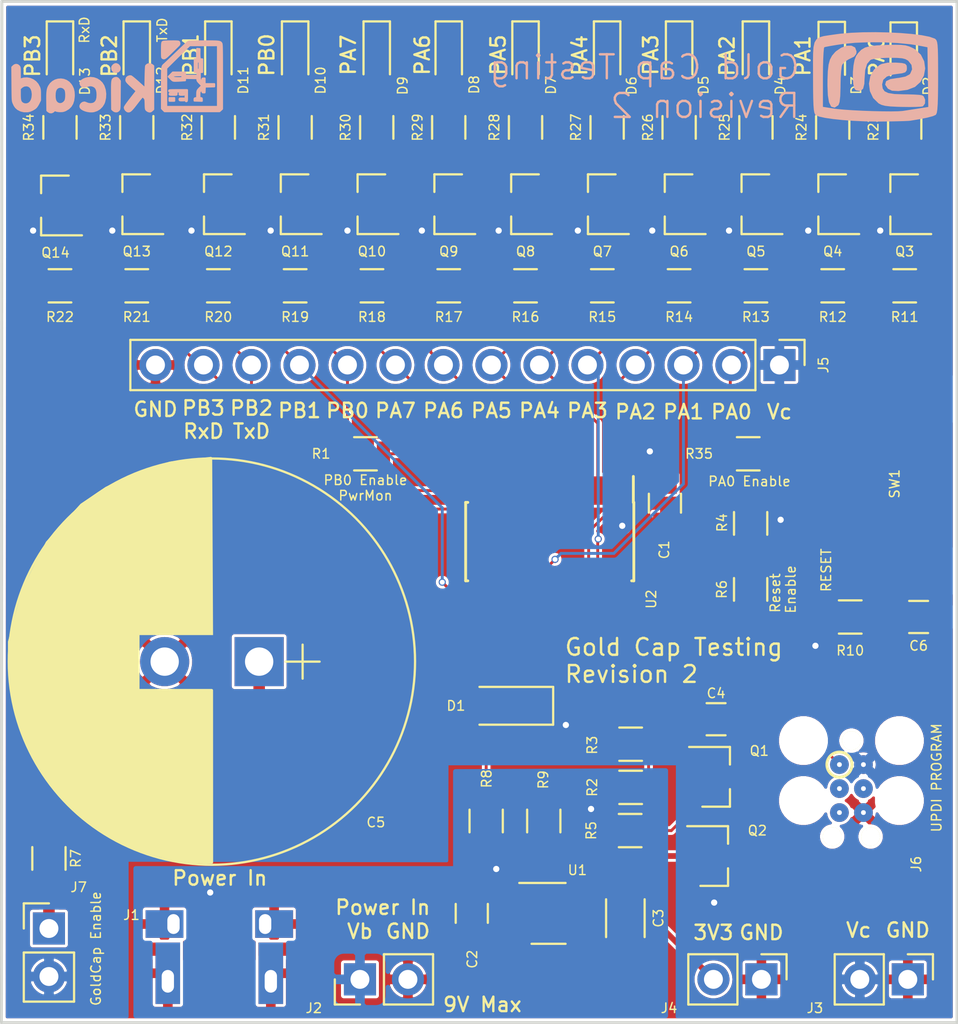
<source format=kicad_pcb>
(kicad_pcb (version 20171130) (host pcbnew "(5.1.2)-2")
  (layers (0 F.Cu signal) (31 B.Cu signal) (34 B.Paste user) (35 F.Paste user) (36 B.SilkS user hide) (37 F.SilkS user) (38 B.Mask user) (39 F.Mask user) (44 Edge.Cuts user))
  (net 0 "")
  (net 1 GND)
  (net 2 /Vc)
  (net 3 /Vb)
  (net 4 /3V3)
  (net 5 "Net-(C4-Pad1)")
  (net 6 /~RESET)
  (net 7 /PwrMon)
  (net 8 "Net-(D2-Pad2)")
  (net 9 "Net-(D3-Pad2)")
  (net 10 "Net-(D4-Pad2)")
  (net 11 "Net-(D5-Pad2)")
  (net 12 "Net-(D6-Pad2)")
  (net 13 "Net-(D7-Pad2)")
  (net 14 "Net-(D8-Pad2)")
  (net 15 "Net-(D9-Pad2)")
  (net 16 /LED_PA0)
  (net 17 /LED_PA2)
  (net 18 /LED_PA4)
  (net 19 /LED_PA3)
  (net 20 /LED_PA6)
  (net 21 /LED_PA5)
  (net 22 "Net-(Q1-Pad3)")
  (net 23 "Net-(Q1-Pad2)")
  (net 24 /LED_PA1)
  (net 25 "Net-(U1-Pad4)")
  (net 26 "Net-(U1-Pad3)")
  (net 27 "Net-(C5-Pad1)")
  (net 28 "Net-(D10-Pad2)")
  (net 29 "Net-(D11-Pad2)")
  (net 30 "Net-(D12-Pad2)")
  (net 31 "Net-(D13-Pad2)")
  (net 32 "Net-(J1-Pad2)")
  (net 33 "Net-(J1-Pad3)")
  (net 34 "Net-(J1-Pad4)")
  (net 35 /LED_PA7)
  (net 36 /LED_PB0)
  (net 37 /LED_PB2_TxD)
  (net 38 /LED_PB3_RxD)
  (net 39 /LED_PB1)
  (net 40 /PDI_DATA)
  (net 41 "Net-(J6-Pad3)")
  (net 42 "Net-(J6-Pad4)")
  (net 43 "Net-(J6-Pad5)")
  (net 44 "Net-(Q3-Pad1)")
  (net 45 /LED_A0)
  (net 46 /LED_A1)
  (net 47 "Net-(Q4-Pad1)")
  (net 48 "Net-(Q5-Pad1)")
  (net 49 /LED_A2)
  (net 50 /LED_A3)
  (net 51 "Net-(Q6-Pad1)")
  (net 52 /LED_A4)
  (net 53 "Net-(Q7-Pad1)")
  (net 54 "Net-(Q8-Pad1)")
  (net 55 /LED_A5)
  (net 56 /LED_A6)
  (net 57 "Net-(Q9-Pad1)")
  (net 58 "Net-(Q10-Pad1)")
  (net 59 /LED_A7)
  (net 60 /LED_B0)
  (net 61 "Net-(Q11-Pad1)")
  (net 62 "Net-(Q12-Pad1)")
  (net 63 /LED_B1)
  (net 64 /LED_B2)
  (net 65 "Net-(Q13-Pad1)")
  (net 66 "Net-(Q14-Pad1)")
  (net 67 /LED_B3)
  (net 68 "Net-(J7-Pad1)")
  (module GoldCap-Check:CP_Radial_D21.5mm_P5.00mm (layer F.Cu) (at 108.6104 120.8532 180)
    (fp_text reference C5 (at -6.176 -8.509 180) (layer F.SilkS) (effects (font (size 0.508 0.508) (thickness 0.0762))))
    (fp_text value "470m 5V5")
    (pad 1 thru_hole rect (at 0 0 180) (size 2.6 2.6) (drill 1.5) (layers *.Cu *.Mask) (net 27 "Net-(C5-Pad1)"))
    (pad 2 thru_hole circle (at 5 0 180) (size 2.6 2.6) (drill 1.5) (layers *.Cu *.Mask) (net 1 GND))
  )
  (module Pin_Headers:Pin_Header_Straight_1x02_Pitch2.54mm (layer F.Cu) (at 97.4852 134.9756)
    (fp_text reference J7 (at 1.5748 -2.1844) (layer F.SilkS) (effects (font (size 0.508 0.508) (thickness 0.0762))))
    (fp_text value "Main Pwr")
    (pad 1 thru_hole rect (at 0 0) (size 1.7 1.7) (drill 1) (layers *.Cu *.Mask) (net 68 "Net-(J7-Pad1)"))
    (pad 2 thru_hole oval (at 0 2.54) (size 1.7 1.7) (drill 1) (layers *.Cu *.Mask) (net 2 /Vc))
  )
  (module GoldCap-Check:SPST_FSM2JSMAA (layer F.Cu) (at 142.239999 111.506 180)
    (fp_text reference SW1 (at -0.000001 0.0635 270) (layer F.SilkS) (effects (font (size 0.508 0.508) (thickness 0.0762))))
    (fp_text value SW_TACTILE_SPST hide)
    (pad 4 smd rect (at -2.25 4.55 180) (size 1.4 2.1) (layers F.Cu F.Paste F.Mask) (net 1 GND))
    (pad 3 smd rect (at -2.25 -4.55 180) (size 1.4 2.1) (layers F.Cu F.Paste F.Mask) (net 1 GND))
    (pad 2 smd rect (at 2.25 4.55 180) (size 1.4 2.1) (layers F.Cu F.Paste F.Mask) (net 6 /~RESET))
    (pad 1 smd rect (at 2.25 -4.55 180) (size 1.4 2.1) (layers F.Cu F.Paste F.Mask) (net 6 /~RESET))
  )
  (module GoldCap-Check:MyBasic_rounded_50_1 (layer B.Cu) (at 141.2748 89.8652 180)
    (fp_text reference G*** hide)
    (fp_text value LOGO hide)
  )
  (module GoldCap-Check:KiCad-Logo (layer B.Cu) (at 101.092 89.8652 180)
    (fp_text reference G*** hide)
    (fp_text value LOGO hide)
  )
  (module Pin_Headers:Pin_Header_Straight_1x14_Pitch2.54mm (layer F.Cu) (at 136.144 105.156 270)
    (fp_text reference J5 (at 0 -2.33 270) (layer F.SilkS) (effects (font (size 0.508 0.508) (thickness 0.0762))))
    (fp_text value Conn_01x14_Male)
    (pad 1 thru_hole rect (at 0 0 270) (size 1.7 1.7) (drill 1) (layers *.Cu *.Mask) (net 2 /Vc))
    (pad 2 thru_hole oval (at 0 2.54 270) (size 1.7 1.7) (drill 1) (layers *.Cu *.Mask) (net 16 /LED_PA0))
    (pad 3 thru_hole oval (at 0 5.08 270) (size 1.7 1.7) (drill 1) (layers *.Cu *.Mask) (net 24 /LED_PA1))
    (pad 4 thru_hole oval (at 0 7.62 270) (size 1.7 1.7) (drill 1) (layers *.Cu *.Mask) (net 17 /LED_PA2))
    (pad 5 thru_hole oval (at 0 10.16 270) (size 1.7 1.7) (drill 1) (layers *.Cu *.Mask) (net 19 /LED_PA3))
    (pad 6 thru_hole oval (at 0 12.7 270) (size 1.7 1.7) (drill 1) (layers *.Cu *.Mask) (net 18 /LED_PA4))
    (pad 7 thru_hole oval (at 0 15.24 270) (size 1.7 1.7) (drill 1) (layers *.Cu *.Mask) (net 21 /LED_PA5))
    (pad 8 thru_hole oval (at 0 17.78 270) (size 1.7 1.7) (drill 1) (layers *.Cu *.Mask) (net 20 /LED_PA6))
    (pad 9 thru_hole oval (at 0 20.32 270) (size 1.7 1.7) (drill 1) (layers *.Cu *.Mask) (net 35 /LED_PA7))
    (pad 10 thru_hole oval (at 0 22.86 270) (size 1.7 1.7) (drill 1) (layers *.Cu *.Mask) (net 36 /LED_PB0))
    (pad 11 thru_hole oval (at 0 25.4 270) (size 1.7 1.7) (drill 1) (layers *.Cu *.Mask) (net 39 /LED_PB1))
    (pad 12 thru_hole oval (at 0 27.94 270) (size 1.7 1.7) (drill 1) (layers *.Cu *.Mask) (net 37 /LED_PB2_TxD))
    (pad 13 thru_hole oval (at 0 30.48 270) (size 1.7 1.7) (drill 1) (layers *.Cu *.Mask) (net 38 /LED_PB3_RxD))
    (pad 14 thru_hole oval (at 0 33.02 270) (size 1.7 1.7) (drill 1) (layers *.Cu *.Mask) (net 1 GND))
  )
  (module Pin_Headers:Pin_Header_Straight_1x02_Pitch2.54mm (layer F.Cu) (at 113.9444 137.668 90)
    (fp_text reference J2 (at -1.524 -2.4384 180) (layer F.SilkS) (effects (font (size 0.508 0.508) (thickness 0.0762))))
    (fp_text value "Pwr In")
    (pad 1 thru_hole rect (at 0 0 90) (size 1.7 1.7) (drill 1) (layers *.Cu *.Mask) (net 3 /Vb))
    (pad 2 thru_hole oval (at 0 2.54 90) (size 1.7 1.7) (drill 1) (layers *.Cu *.Mask) (net 1 GND))
  )
  (module Resistors_SMD:R_0805 (layer F.Cu) (at 134.493 109.855)
    (fp_text reference R35 (at -2.6035 0 180) (layer F.SilkS) (effects (font (size 0.508 0.508) (thickness 0.0762))))
    (fp_text value 0Ω)
    (pad 1 smd rect (at -0.95 0) (size 0.7 1.3) (layers F.Cu F.Paste F.Mask) (net 16 /LED_PA0))
    (pad 2 smd rect (at 0.95 0) (size 0.7 1.3) (layers F.Cu F.Paste F.Mask) (net 40 /PDI_DATA))
  )
  (module Capacitors_SMD:C_0805 (layer F.Cu) (at 130.084294 112.469395 270)
    (fp_text reference C1 (at 2.465605 0.036294 270) (layer F.SilkS) (effects (font (size 0.508 0.508) (thickness 0.0762))))
    (fp_text value 100n)
    (pad 2 smd rect (at 1 0 270) (size 1 1.25) (layers F.Cu F.Paste F.Mask) (net 1 GND))
    (pad 1 smd rect (at -1 0 270) (size 1 1.25) (layers F.Cu F.Paste F.Mask) (net 2 /Vc))
  )
  (module Capacitors_SMD:C_0805 (layer F.Cu) (at 119.8626 134.1755 270)
    (fp_text reference C2 (at 2.4257 -0.0254 270) (layer F.SilkS) (effects (font (size 0.508 0.508) (thickness 0.0762))))
    (fp_text value 1μF)
    (pad 1 smd rect (at -1 0 270) (size 1 1.25) (layers F.Cu F.Paste F.Mask) (net 3 /Vb))
    (pad 2 smd rect (at 1 0 270) (size 1 1.25) (layers F.Cu F.Paste F.Mask) (net 1 GND))
  )
  (module Capacitors_SMD:C_1206 (layer F.Cu) (at 127.9906 134.4295 270)
    (fp_text reference C3 (at 0 -1.75 270) (layer F.SilkS) (effects (font (size 0.508 0.508) (thickness 0.0762))))
    (fp_text value 2.2μF)
    (pad 2 smd rect (at 1.5 0 270) (size 1 1.6) (layers F.Cu F.Paste F.Mask) (net 1 GND))
    (pad 1 smd rect (at -1.5 0 270) (size 1 1.6) (layers F.Cu F.Paste F.Mask) (net 4 /3V3))
  )
  (module Capacitors_SMD:C_0805 (layer F.Cu) (at 132.7912 123.9012)
    (fp_text reference C4 (at 0 -1.3716 180) (layer F.SilkS) (effects (font (size 0.508 0.508) (thickness 0.0762))))
    (fp_text value 100n)
    (pad 2 smd rect (at 1 0) (size 1 1.25) (layers F.Cu F.Paste F.Mask) (net 1 GND))
    (pad 1 smd rect (at -1 0) (size 1 1.25) (layers F.Cu F.Paste F.Mask) (net 5 "Net-(C4-Pad1)"))
  )
  (module Capacitors_SMD:C_0805 (layer F.Cu) (at 143.51 118.491)
    (fp_text reference C6 (at 0 1.524) (layer F.SilkS) (effects (font (size 0.508 0.508) (thickness 0.0762))))
    (fp_text value 100n)
    (pad 1 smd rect (at -1 0) (size 1 1.25) (layers F.Cu F.Paste F.Mask) (net 6 /~RESET))
    (pad 2 smd rect (at 1 0) (size 1 1.25) (layers F.Cu F.Paste F.Mask) (net 1 GND))
  )
  (module Diodes_SMD:D_SOD-123 (layer F.Cu) (at 121.92 123.19 180)
    (fp_text reference D1 (at 2.8956 0 180) (layer F.SilkS) (effects (font (size 0.508 0.508) (thickness 0.0762))))
    (fp_text value BAT43)
    (pad 2 smd rect (at 1.65 0 180) (size 0.9 1.2) (layers F.Cu F.Paste F.Mask) (net 7 /PwrMon))
    (pad 1 smd rect (at -1.65 0 180) (size 0.9 1.2) (layers F.Cu F.Paste F.Mask) (net 2 /Vc))
  )
  (module LEDs:LED_0805 (layer F.Cu) (at 142.7226 88.8238 270)
    (fp_text reference D2 (at 1.5748 -1.2954 270) (layer F.SilkS) (effects (font (size 0.508 0.508) (thickness 0.0762))))
    (fp_text value LED)
    (pad 1 smd rect (at -1.1 0 90) (size 1.2 1.2) (layers F.Cu F.Paste F.Mask) (net 1 GND))
    (pad 2 smd rect (at 1.1 0 90) (size 1.2 1.2) (layers F.Cu F.Paste F.Mask) (net 8 "Net-(D2-Pad2)"))
  )
  (module LEDs:LED_0805 (layer F.Cu) (at 138.9126 88.7984 270)
    (fp_text reference D3 (at 1.5494 -1.2954 270) (layer F.SilkS) (effects (font (size 0.508 0.508) (thickness 0.0762))))
    (fp_text value LED)
    (pad 1 smd rect (at -1.1 0 90) (size 1.2 1.2) (layers F.Cu F.Paste F.Mask) (net 1 GND))
    (pad 2 smd rect (at 1.1 0 90) (size 1.2 1.2) (layers F.Cu F.Paste F.Mask) (net 9 "Net-(D3-Pad2)"))
  )
  (module LEDs:LED_0805 (layer F.Cu) (at 134.899399 88.773 270)
    (fp_text reference D4 (at 1.6002 -1.295401 270) (layer F.SilkS) (effects (font (size 0.508 0.508) (thickness 0.0762))))
    (fp_text value LED)
    (pad 2 smd rect (at 1.1 0 90) (size 1.2 1.2) (layers F.Cu F.Paste F.Mask) (net 10 "Net-(D4-Pad2)"))
    (pad 1 smd rect (at -1.1 0 90) (size 1.2 1.2) (layers F.Cu F.Paste F.Mask) (net 1 GND))
  )
  (module LEDs:LED_0805 (layer F.Cu) (at 130.8354 88.773001 270)
    (fp_text reference D5 (at 1.574799 -1.2954 270) (layer F.SilkS) (effects (font (size 0.508 0.508) (thickness 0.0762))))
    (fp_text value LED)
    (pad 2 smd rect (at 1.1 0 90) (size 1.2 1.2) (layers F.Cu F.Paste F.Mask) (net 11 "Net-(D5-Pad2)"))
    (pad 1 smd rect (at -1.1 0 90) (size 1.2 1.2) (layers F.Cu F.Paste F.Mask) (net 1 GND))
  )
  (module LEDs:LED_0805 (layer F.Cu) (at 127.0254 88.773001 270)
    (fp_text reference D6 (at 1.600199 -1.2954 270) (layer F.SilkS) (effects (font (size 0.508 0.508) (thickness 0.0762))))
    (fp_text value LED)
    (pad 1 smd rect (at -1.1 0 90) (size 1.2 1.2) (layers F.Cu F.Paste F.Mask) (net 1 GND))
    (pad 2 smd rect (at 1.1 0 90) (size 1.2 1.2) (layers F.Cu F.Paste F.Mask) (net 12 "Net-(D6-Pad2)"))
  )
  (module LEDs:LED_0805 (layer F.Cu) (at 122.7074 88.773001 270)
    (fp_text reference D7 (at 1.574799 -1.3462 270) (layer F.SilkS) (effects (font (size 0.508 0.508) (thickness 0.0762))))
    (fp_text value LED)
    (pad 2 smd rect (at 1.1 0 90) (size 1.2 1.2) (layers F.Cu F.Paste F.Mask) (net 13 "Net-(D7-Pad2)"))
    (pad 1 smd rect (at -1.1 0 90) (size 1.2 1.2) (layers F.Cu F.Paste F.Mask) (net 1 GND))
  )
  (module LEDs:LED_0805 (layer F.Cu) (at 118.6434 88.773001 270)
    (fp_text reference D8 (at 1.549399 -1.3462 270) (layer F.SilkS) (effects (font (size 0.508 0.508) (thickness 0.0762))))
    (fp_text value LED)
    (pad 2 smd rect (at 1.1 0 90) (size 1.2 1.2) (layers F.Cu F.Paste F.Mask) (net 14 "Net-(D8-Pad2)"))
    (pad 1 smd rect (at -1.1 0 90) (size 1.2 1.2) (layers F.Cu F.Paste F.Mask) (net 1 GND))
  )
  (module LEDs:LED_0805 (layer F.Cu) (at 114.8334 88.773 270)
    (fp_text reference D9 (at 1.6002 -1.3716 270) (layer F.SilkS) (effects (font (size 0.508 0.508) (thickness 0.0762))))
    (fp_text value LED)
    (pad 1 smd rect (at -1.1 0 90) (size 1.2 1.2) (layers F.Cu F.Paste F.Mask) (net 1 GND))
    (pad 2 smd rect (at 1.1 0 90) (size 1.2 1.2) (layers F.Cu F.Paste F.Mask) (net 15 "Net-(D9-Pad2)"))
  )
  (module LEDs:LED_0805 (layer F.Cu) (at 110.515401 88.773 270)
    (fp_text reference D10 (at 1.3208 -1.346199 270) (layer F.SilkS) (effects (font (size 0.508 0.508) (thickness 0.0762))))
    (fp_text value LED)
    (pad 2 smd rect (at 1.1 0 90) (size 1.2 1.2) (layers F.Cu F.Paste F.Mask) (net 28 "Net-(D10-Pad2)"))
    (pad 1 smd rect (at -1.1 0 90) (size 1.2 1.2) (layers F.Cu F.Paste F.Mask) (net 1 GND))
  )
  (module LEDs:LED_0805 (layer F.Cu) (at 106.4514 88.773 270)
    (fp_text reference D11 (at 1.3208 -1.3208 270) (layer F.SilkS) (effects (font (size 0.508 0.508) (thickness 0.0762))))
    (fp_text value LED)
    (pad 1 smd rect (at -1.1 0 90) (size 1.2 1.2) (layers F.Cu F.Paste F.Mask) (net 1 GND))
    (pad 2 smd rect (at 1.1 0 90) (size 1.2 1.2) (layers F.Cu F.Paste F.Mask) (net 29 "Net-(D11-Pad2)"))
  )
  (module LEDs:LED_0805 (layer F.Cu) (at 102.1334 88.773001 270)
    (fp_text reference D12 (at 1.320799 -1.3208 270) (layer F.SilkS) (effects (font (size 0.508 0.508) (thickness 0.0762))))
    (fp_text value LED)
    (pad 1 smd rect (at -1.1 0 90) (size 1.2 1.2) (layers F.Cu F.Paste F.Mask) (net 1 GND))
    (pad 2 smd rect (at 1.1 0 90) (size 1.2 1.2) (layers F.Cu F.Paste F.Mask) (net 30 "Net-(D12-Pad2)"))
  )
  (module LEDs:LED_0805 (layer F.Cu) (at 98.069401 88.773 270)
    (fp_text reference D13 (at 1.3716 -1.320799 270) (layer F.SilkS) (effects (font (size 0.508 0.508) (thickness 0.0762))))
    (fp_text value LED)
    (pad 2 smd rect (at 1.1 0 90) (size 1.2 1.2) (layers F.Cu F.Paste F.Mask) (net 31 "Net-(D13-Pad2)"))
    (pad 1 smd rect (at -1.1 0 90) (size 1.2 1.2) (layers F.Cu F.Paste F.Mask) (net 1 GND))
  )
  (module GoldCap-Check:USB_B_2.0_Micro (layer F.Cu) (at 106.5022 137.7696)
    (fp_text reference J1 (at -4.6482 -3.5052) (layer F.SilkS) (effects (font (size 0.508 0.508) (thickness 0.0762))))
    (fp_text value ~)
    (pad 1 smd rect (at -1.3 -2.825) (size 0.4 1.75) (layers F.Cu F.Paste F.Mask) (net 3 /Vb))
    (pad 2 smd rect (at -0.65 -2.825) (size 0.4 1.75) (layers F.Cu F.Paste F.Mask) (net 32 "Net-(J1-Pad2)"))
    (pad 3 smd rect (at 0 -2.825) (size 0.4 1.75) (layers F.Cu F.Paste F.Mask) (net 33 "Net-(J1-Pad3)"))
    (pad 4 smd rect (at 0.65 -2.825) (size 0.4 1.75) (layers F.Cu F.Paste F.Mask) (net 34 "Net-(J1-Pad4)"))
    (pad 5 smd rect (at 1.3 -2.825) (size 0.4 1.75) (layers F.Cu F.Paste F.Mask) (net 1 GND))
    (pad 6 thru_hole rect (at -2.425 -3.03) (size 2 1.46) (drill oval 0.65 1.05 (offset -0.475 0)) (layers *.Cu *.Mask) (net 1 GND))
    (pad 6 thru_hole rect (at -2.725 0) (size 1.3 3.25) (drill oval 0.65 1.2 (offset 0 -0.425)) (layers *.Cu *.Mask) (net 1 GND))
    (pad 6 thru_hole rect (at 2.425 -3.03 180) (size 2 1.46) (drill oval 0.65 1.05 (offset -0.475 0)) (layers *.Cu *.Mask) (net 1 GND))
    (pad 6 thru_hole rect (at 2.725 0) (size 1.3 3.25) (drill oval 0.65 1.2 (offset 0 -0.425)) (layers *.Cu *.Mask) (net 1 GND))
    (pad 6 smd rect (at -2.9875 -1.7) (size 1.825 0.7) (layers F.Cu F.Mask) (net 1 GND))
    (pad 6 smd rect (at 2.9875 -1.7) (size 1.825 0.7) (layers F.Cu F.Mask) (net 1 GND))
    (pad 5 smd rect (at -0.9625 0.25) (size 1.425 2.5) (layers F.Cu F.Paste F.Mask) (net 1 GND))
    (pad 5 smd rect (at 0.9625 0.25) (size 1.425 2.5) (layers F.Cu F.Paste F.Mask) (net 1 GND))
  )
  (module Pin_Headers:Pin_Header_Straight_1x02_Pitch2.54mm (layer F.Cu) (at 142.9385 137.668 270)
    (fp_text reference J3 (at 1.524 4.9149) (layer F.SilkS) (effects (font (size 0.508 0.508) (thickness 0.0762))))
    (fp_text value "Pwr Out")
    (pad 1 thru_hole rect (at 0 0 270) (size 1.7 1.7) (drill 1) (layers *.Cu *.Mask) (net 1 GND))
    (pad 2 thru_hole oval (at 0 2.54 270) (size 1.7 1.7) (drill 1) (layers *.Cu *.Mask) (net 2 /Vc))
  )
  (module Pin_Headers:Pin_Header_Straight_1x02_Pitch2.54mm (layer F.Cu) (at 135.1915 137.668 270)
    (fp_text reference J4 (at 1.524 4.8895) (layer F.SilkS) (effects (font (size 0.508 0.508) (thickness 0.0762))))
    (fp_text value "Main Pwr")
    (pad 2 thru_hole oval (at 0 2.54 270) (size 1.7 1.7) (drill 1) (layers *.Cu *.Mask) (net 4 /3V3))
    (pad 1 thru_hole rect (at 0 0 270) (size 1.7 1.7) (drill 1) (layers *.Cu *.Mask) (net 1 GND))
  )
  (module GoldCap-Check:PRG_TC2030-IDC-FP_TH (layer F.Cu) (at 139.318999 126.3015 270)
    (fp_text reference J6 (at 5.2705 -4.064001 90) (layer F.SilkS) (effects (font (size 0.508 0.508) (thickness 0.0762))))
    (fp_text value Prog hide)
    (pad 1 thru_hole circle (at 0 0 270) (size 0.9906 0.9906) (drill 0.254) (layers *.Cu *.Mask) (net 40 /PDI_DATA))
    (pad 2 thru_hole circle (at 0 -1.27 270) (size 0.9906 0.9906) (drill 0.254) (layers *.Cu *.Mask) (net 2 /Vc))
    (pad 3 thru_hole circle (at 1.27 0 270) (size 0.9906 0.9906) (drill 0.254) (layers *.Cu *.Mask) (net 41 "Net-(J6-Pad3)"))
    (pad 4 thru_hole circle (at 1.27 -1.27 270) (size 0.9906 0.9906) (drill 0.254) (layers *.Cu *.Mask) (net 42 "Net-(J6-Pad4)"))
    (pad 5 thru_hole circle (at 2.54 0 270) (size 0.9906 0.9906) (drill 0.254) (layers *.Cu *.Mask) (net 43 "Net-(J6-Pad5)"))
    (pad 6 thru_hole circle (at 2.54 -1.27 270) (size 0.9906 0.9906) (drill 0.254) (layers *.Cu *.Mask) (net 1 GND))
    (pad "" np_thru_hole circle (at 3.81 -1.651 270) (size 0.9906 0.9906) (drill 0.9906) (layers *.Cu *.Mask F.SilkS))
    (pad "" np_thru_hole circle (at 3.81 0.381 270) (size 0.9906 0.9906) (drill 0.9906) (layers *.Cu *.Mask F.SilkS))
    (pad "" np_thru_hole circle (at -1.27 -0.635 270) (size 0.9906 0.9906) (drill 0.9906) (layers *.Cu *.Mask F.SilkS))
    (pad "" np_thru_hole circle (at -1.27 -3.175 270) (size 2.286 2.286) (drill 2.286) (layers *.Cu *.Mask))
    (pad "" np_thru_hole circle (at -1.27 1.905 270) (size 2.286 2.286) (drill 2.286) (layers *.Cu *.Mask))
    (pad "" np_thru_hole circle (at 1.905 -3.175 270) (size 2.286 2.286) (drill 2.286) (layers *.Cu *.Mask))
    (pad "" np_thru_hole circle (at 1.905 1.905 270) (size 2.286 2.286) (drill 2.286) (layers *.Cu *.Mask))
  )
  (module TO_SOT_Packages_SMD:SOT-23 (layer F.Cu) (at 132.7658 126.9492)
    (fp_text reference Q1 (at 2.3114 -1.3716) (layer F.SilkS) (effects (font (size 0.508 0.508) (thickness 0.0762))))
    (fp_text value BC847)
    (pad 1 smd rect (at -1 -0.95) (size 0.9 0.8) (layers F.Cu F.Paste F.Mask) (net 5 "Net-(C4-Pad1)"))
    (pad 2 smd rect (at -1 0.95) (size 0.9 0.8) (layers F.Cu F.Paste F.Mask) (net 23 "Net-(Q1-Pad2)"))
    (pad 3 smd rect (at 1 0) (size 0.9 0.8) (layers F.Cu F.Paste F.Mask) (net 22 "Net-(Q1-Pad3)"))
  )
  (module TO_SOT_Packages_SMD:SOT-23 (layer F.Cu) (at 132.6642 131.1402)
    (fp_text reference Q2 (at 2.3114 -1.3462) (layer F.SilkS) (effects (font (size 0.508 0.508) (thickness 0.0762))))
    (fp_text value IRLML6401)
    (pad 3 smd rect (at 1 0) (size 0.9 0.8) (layers F.Cu F.Paste F.Mask) (net 4 /3V3))
    (pad 2 smd rect (at -1 0.95) (size 0.9 0.8) (layers F.Cu F.Paste F.Mask) (net 2 /Vc))
    (pad 1 smd rect (at -1 -0.95) (size 0.9 0.8) (layers F.Cu F.Paste F.Mask) (net 22 "Net-(Q1-Pad3)"))
  )
  (module TO_SOT_Packages_SMD:SOT-23 (layer F.Cu) (at 142.7734 96.647 180)
    (fp_text reference Q3 (at 0 -2.5 180) (layer F.SilkS) (effects (font (size 0.508 0.508) (thickness 0.0762))))
    (fp_text value BC847)
    (pad 1 smd rect (at -1 -0.95 180) (size 0.9 0.8) (layers F.Cu F.Paste F.Mask) (net 44 "Net-(Q3-Pad1)"))
    (pad 2 smd rect (at -1 0.95 180) (size 0.9 0.8) (layers F.Cu F.Paste F.Mask) (net 45 /LED_A0))
    (pad 3 smd rect (at 1 0 180) (size 0.9 0.8) (layers F.Cu F.Paste F.Mask) (net 2 /Vc))
  )
  (module TO_SOT_Packages_SMD:SOT-23 (layer F.Cu) (at 138.9634 96.647 180)
    (fp_text reference Q4 (at 0 -2.5 180) (layer F.SilkS) (effects (font (size 0.508 0.508) (thickness 0.0762))))
    (fp_text value BC847)
    (pad 3 smd rect (at 1 0 180) (size 0.9 0.8) (layers F.Cu F.Paste F.Mask) (net 2 /Vc))
    (pad 2 smd rect (at -1 0.95 180) (size 0.9 0.8) (layers F.Cu F.Paste F.Mask) (net 46 /LED_A1))
    (pad 1 smd rect (at -1 -0.95 180) (size 0.9 0.8) (layers F.Cu F.Paste F.Mask) (net 47 "Net-(Q4-Pad1)"))
  )
  (module TO_SOT_Packages_SMD:SOT-23 (layer F.Cu) (at 134.899399 96.647 180)
    (fp_text reference Q5 (at 0 -2.5 180) (layer F.SilkS) (effects (font (size 0.508 0.508) (thickness 0.0762))))
    (fp_text value BC847)
    (pad 1 smd rect (at -1 -0.95 180) (size 0.9 0.8) (layers F.Cu F.Paste F.Mask) (net 48 "Net-(Q5-Pad1)"))
    (pad 2 smd rect (at -1 0.95 180) (size 0.9 0.8) (layers F.Cu F.Paste F.Mask) (net 49 /LED_A2))
    (pad 3 smd rect (at 1 0 180) (size 0.9 0.8) (layers F.Cu F.Paste F.Mask) (net 2 /Vc))
  )
  (module TO_SOT_Packages_SMD:SOT-23 (layer F.Cu) (at 130.8354 96.646999 180)
    (fp_text reference Q6 (at 0 -2.5 180) (layer F.SilkS) (effects (font (size 0.508 0.508) (thickness 0.0762))))
    (fp_text value BC847)
    (pad 3 smd rect (at 1 0 180) (size 0.9 0.8) (layers F.Cu F.Paste F.Mask) (net 2 /Vc))
    (pad 2 smd rect (at -1 0.95 180) (size 0.9 0.8) (layers F.Cu F.Paste F.Mask) (net 50 /LED_A3))
    (pad 1 smd rect (at -1 -0.95 180) (size 0.9 0.8) (layers F.Cu F.Paste F.Mask) (net 51 "Net-(Q6-Pad1)"))
  )
  (module TO_SOT_Packages_SMD:SOT-23 (layer F.Cu) (at 126.7714 96.646999 180)
    (fp_text reference Q7 (at 0 -2.5 180) (layer F.SilkS) (effects (font (size 0.508 0.508) (thickness 0.0762))))
    (fp_text value BC847)
    (pad 3 smd rect (at 1 0 180) (size 0.9 0.8) (layers F.Cu F.Paste F.Mask) (net 2 /Vc))
    (pad 2 smd rect (at -1 0.95 180) (size 0.9 0.8) (layers F.Cu F.Paste F.Mask) (net 52 /LED_A4))
    (pad 1 smd rect (at -1 -0.95 180) (size 0.9 0.8) (layers F.Cu F.Paste F.Mask) (net 53 "Net-(Q7-Pad1)"))
  )
  (module TO_SOT_Packages_SMD:SOT-23 (layer F.Cu) (at 122.7074 96.646999 180)
    (fp_text reference Q8 (at 0 -2.5 180) (layer F.SilkS) (effects (font (size 0.508 0.508) (thickness 0.0762))))
    (fp_text value BC847)
    (pad 1 smd rect (at -1 -0.95 180) (size 0.9 0.8) (layers F.Cu F.Paste F.Mask) (net 54 "Net-(Q8-Pad1)"))
    (pad 2 smd rect (at -1 0.95 180) (size 0.9 0.8) (layers F.Cu F.Paste F.Mask) (net 55 /LED_A5))
    (pad 3 smd rect (at 1 0 180) (size 0.9 0.8) (layers F.Cu F.Paste F.Mask) (net 2 /Vc))
  )
  (module TO_SOT_Packages_SMD:SOT-23 (layer F.Cu) (at 118.6434 96.646999 180)
    (fp_text reference Q9 (at 0 -2.5 180) (layer F.SilkS) (effects (font (size 0.508 0.508) (thickness 0.0762))))
    (fp_text value BC847)
    (pad 3 smd rect (at 1 0 180) (size 0.9 0.8) (layers F.Cu F.Paste F.Mask) (net 2 /Vc))
    (pad 2 smd rect (at -1 0.95 180) (size 0.9 0.8) (layers F.Cu F.Paste F.Mask) (net 56 /LED_A6))
    (pad 1 smd rect (at -1 -0.95 180) (size 0.9 0.8) (layers F.Cu F.Paste F.Mask) (net 57 "Net-(Q9-Pad1)"))
  )
  (module TO_SOT_Packages_SMD:SOT-23 (layer F.Cu) (at 114.5794 96.646999 180)
    (fp_text reference Q10 (at 0 -2.5 180) (layer F.SilkS) (effects (font (size 0.508 0.508) (thickness 0.0762))))
    (fp_text value BC847)
    (pad 1 smd rect (at -1 -0.95 180) (size 0.9 0.8) (layers F.Cu F.Paste F.Mask) (net 58 "Net-(Q10-Pad1)"))
    (pad 2 smd rect (at -1 0.95 180) (size 0.9 0.8) (layers F.Cu F.Paste F.Mask) (net 59 /LED_A7))
    (pad 3 smd rect (at 1 0 180) (size 0.9 0.8) (layers F.Cu F.Paste F.Mask) (net 2 /Vc))
  )
  (module TO_SOT_Packages_SMD:SOT-23 (layer F.Cu) (at 110.515401 96.647 180)
    (fp_text reference Q11 (at 0 -2.5 180) (layer F.SilkS) (effects (font (size 0.508 0.508) (thickness 0.0762))))
    (fp_text value BC847)
    (pad 3 smd rect (at 1 0 180) (size 0.9 0.8) (layers F.Cu F.Paste F.Mask) (net 2 /Vc))
    (pad 2 smd rect (at -1 0.95 180) (size 0.9 0.8) (layers F.Cu F.Paste F.Mask) (net 60 /LED_B0))
    (pad 1 smd rect (at -1 -0.95 180) (size 0.9 0.8) (layers F.Cu F.Paste F.Mask) (net 61 "Net-(Q11-Pad1)"))
  )
  (module TO_SOT_Packages_SMD:SOT-23 (layer F.Cu) (at 106.4514 96.647 180)
    (fp_text reference Q12 (at 0 -2.5 180) (layer F.SilkS) (effects (font (size 0.508 0.508) (thickness 0.0762))))
    (fp_text value BC847)
    (pad 1 smd rect (at -1 -0.95 180) (size 0.9 0.8) (layers F.Cu F.Paste F.Mask) (net 62 "Net-(Q12-Pad1)"))
    (pad 2 smd rect (at -1 0.95 180) (size 0.9 0.8) (layers F.Cu F.Paste F.Mask) (net 63 /LED_B1))
    (pad 3 smd rect (at 1 0 180) (size 0.9 0.8) (layers F.Cu F.Paste F.Mask) (net 2 /Vc))
  )
  (module TO_SOT_Packages_SMD:SOT-23 (layer F.Cu) (at 102.1334 96.646999 180)
    (fp_text reference Q13 (at 0 -2.5 180) (layer F.SilkS) (effects (font (size 0.508 0.508) (thickness 0.0762))))
    (fp_text value BC847)
    (pad 3 smd rect (at 1 0 180) (size 0.9 0.8) (layers F.Cu F.Paste F.Mask) (net 2 /Vc))
    (pad 2 smd rect (at -1 0.95 180) (size 0.9 0.8) (layers F.Cu F.Paste F.Mask) (net 64 /LED_B2))
    (pad 1 smd rect (at -1 -0.95 180) (size 0.9 0.8) (layers F.Cu F.Paste F.Mask) (net 65 "Net-(Q13-Pad1)"))
  )
  (module TO_SOT_Packages_SMD:SOT-23 (layer F.Cu) (at 97.8314 96.713 180)
    (fp_text reference Q14 (at 0 -2.5 180) (layer F.SilkS) (effects (font (size 0.508 0.508) (thickness 0.0762))))
    (fp_text value BC847)
    (pad 1 smd rect (at -1 -0.95 180) (size 0.9 0.8) (layers F.Cu F.Paste F.Mask) (net 66 "Net-(Q14-Pad1)"))
    (pad 2 smd rect (at -1 0.95 180) (size 0.9 0.8) (layers F.Cu F.Paste F.Mask) (net 67 /LED_B3))
    (pad 3 smd rect (at 1 0 180) (size 0.9 0.8) (layers F.Cu F.Paste F.Mask) (net 2 /Vc))
  )
  (module Resistors_SMD:R_0805 (layer F.Cu) (at 114.2365 109.855 180)
    (fp_text reference R1 (at 2.3495 0 180) (layer F.SilkS) (effects (font (size 0.508 0.508) (thickness 0.0762))))
    (fp_text value 0Ω)
    (pad 1 smd rect (at -0.95 0 180) (size 0.7 1.3) (layers F.Cu F.Paste F.Mask) (net 7 /PwrMon))
    (pad 2 smd rect (at 0.95 0 180) (size 0.7 1.3) (layers F.Cu F.Paste F.Mask) (net 36 /LED_PB0))
  )
  (module Resistors_SMD:R_0805 (layer F.Cu) (at 128.27 127.508 180)
    (fp_text reference R2 (at 2.032 0 270) (layer F.SilkS) (effects (font (size 0.508 0.508) (thickness 0.0762))))
    (fp_text value 100k)
    (pad 1 smd rect (at -0.95 0 180) (size 0.7 1.3) (layers F.Cu F.Paste F.Mask) (net 5 "Net-(C4-Pad1)"))
    (pad 2 smd rect (at 0.95 0 180) (size 0.7 1.3) (layers F.Cu F.Paste F.Mask) (net 3 /Vb))
  )
  (module Resistors_SMD:R_0805 (layer F.Cu) (at 128.27 125.222 180)
    (fp_text reference R3 (at 2.032 -0.0508 270) (layer F.SilkS) (effects (font (size 0.508 0.508) (thickness 0.0762))))
    (fp_text value 10k)
    (pad 1 smd rect (at -0.95 0 180) (size 0.7 1.3) (layers F.Cu F.Paste F.Mask) (net 5 "Net-(C4-Pad1)"))
    (pad 2 smd rect (at 0.95 0 180) (size 0.7 1.3) (layers F.Cu F.Paste F.Mask) (net 1 GND))
  )
  (module Resistors_SMD:R_0805 (layer F.Cu) (at 134.62 113.538 90)
    (fp_text reference R4 (at 0.037198 -1.508593 90) (layer F.SilkS) (effects (font (size 0.508 0.508) (thickness 0.0762))))
    (fp_text value 47kΩ)
    (pad 2 smd rect (at 0.95 0 90) (size 0.7 1.3) (layers F.Cu F.Paste F.Mask) (net 40 /PDI_DATA))
    (pad 1 smd rect (at -0.95 0 90) (size 0.7 1.3) (layers F.Cu F.Paste F.Mask) (net 2 /Vc))
  )
  (module Resistors_SMD:R_0805 (layer F.Cu) (at 128.2446 129.794 180)
    (fp_text reference R5 (at 2.0574 0 270) (layer F.SilkS) (effects (font (size 0.508 0.508) (thickness 0.0762))))
    (fp_text value 100)
    (pad 1 smd rect (at -0.95 0 180) (size 0.7 1.3) (layers F.Cu F.Paste F.Mask) (net 23 "Net-(Q1-Pad2)"))
    (pad 2 smd rect (at 0.95 0 180) (size 0.7 1.3) (layers F.Cu F.Paste F.Mask) (net 1 GND))
  )
  (module Resistors_SMD:R_0805 (layer F.Cu) (at 134.62 117.0305 90)
    (fp_text reference R6 (at 0 -1.524 90) (layer F.SilkS) (effects (font (size 0.508 0.508) (thickness 0.0762))))
    (fp_text value 0Ω)
    (pad 1 smd rect (at -0.95 0 90) (size 0.7 1.3) (layers F.Cu F.Paste F.Mask) (net 6 /~RESET))
    (pad 2 smd rect (at 0.95 0 90) (size 0.7 1.3) (layers F.Cu F.Paste F.Mask) (net 40 /PDI_DATA))
  )
  (module Resistors_SMD:R_0805 (layer F.Cu) (at 97.4852 131.2672 90)
    (fp_text reference R7 (at 0 1.4224 270) (layer F.SilkS) (effects (font (size 0.508 0.508) (thickness 0.0762))))
    (fp_text value 33)
    (pad 2 smd rect (at 0.95 0 90) (size 0.7 1.3) (layers F.Cu F.Paste F.Mask) (net 27 "Net-(C5-Pad1)"))
    (pad 1 smd rect (at -0.95 0 90) (size 0.7 1.3) (layers F.Cu F.Paste F.Mask) (net 68 "Net-(J7-Pad1)"))
  )
  (module Resistors_SMD:R_0805 (layer F.Cu) (at 120.6246 129.286 90)
    (fp_text reference R8 (at 2.2352 0.0254 90) (layer F.SilkS) (effects (font (size 0.508 0.508) (thickness 0.0762))))
    (fp_text value 68k)
    (pad 1 smd rect (at -0.95 0 90) (size 0.7 1.3) (layers F.Cu F.Paste F.Mask) (net 3 /Vb))
    (pad 2 smd rect (at 0.95 0 90) (size 0.7 1.3) (layers F.Cu F.Paste F.Mask) (net 7 /PwrMon))
  )
  (module Resistors_SMD:R_0805 (layer F.Cu) (at 123.6726 129.286 270)
    (fp_text reference R9 (at -2.1844 0.0254 270) (layer F.SilkS) (effects (font (size 0.508 0.508) (thickness 0.0762))))
    (fp_text value 27k)
    (pad 2 smd rect (at 0.95 0 270) (size 0.7 1.3) (layers F.Cu F.Paste F.Mask) (net 1 GND))
    (pad 1 smd rect (at -0.95 0 270) (size 0.7 1.3) (layers F.Cu F.Paste F.Mask) (net 7 /PwrMon))
  )
  (module Resistors_SMD:R_0805 (layer F.Cu) (at 139.8905 118.491)
    (fp_text reference R10 (at 0 1.778) (layer F.SilkS) (effects (font (size 0.508 0.508) (thickness 0.0762))))
    (fp_text value 10k)
    (pad 1 smd rect (at -0.95 0) (size 0.7 1.3) (layers F.Cu F.Paste F.Mask) (net 2 /Vc))
    (pad 2 smd rect (at 0.95 0) (size 0.7 1.3) (layers F.Cu F.Paste F.Mask) (net 6 /~RESET))
  )
  (module Resistors_SMD:R_0805 (layer F.Cu) (at 142.7734 100.965 180)
    (fp_text reference R11 (at 0 -1.65 180) (layer F.SilkS) (effects (font (size 0.508 0.508) (thickness 0.0762))))
    (fp_text value 10kΩ)
    (pad 1 smd rect (at -0.95 0 180) (size 0.7 1.3) (layers F.Cu F.Paste F.Mask) (net 44 "Net-(Q3-Pad1)"))
    (pad 2 smd rect (at 0.95 0 180) (size 0.7 1.3) (layers F.Cu F.Paste F.Mask) (net 16 /LED_PA0))
  )
  (module Resistors_SMD:R_0805 (layer F.Cu) (at 138.9634 100.965 180)
    (fp_text reference R12 (at 0 -1.65 180) (layer F.SilkS) (effects (font (size 0.508 0.508) (thickness 0.0762))))
    (fp_text value 10kΩ)
    (pad 2 smd rect (at 0.95 0 180) (size 0.7 1.3) (layers F.Cu F.Paste F.Mask) (net 24 /LED_PA1))
    (pad 1 smd rect (at -0.95 0 180) (size 0.7 1.3) (layers F.Cu F.Paste F.Mask) (net 47 "Net-(Q4-Pad1)"))
  )
  (module Resistors_SMD:R_0805 (layer F.Cu) (at 134.899399 100.965 180)
    (fp_text reference R13 (at 0 -1.65 180) (layer F.SilkS) (effects (font (size 0.508 0.508) (thickness 0.0762))))
    (fp_text value 10kΩ)
    (pad 2 smd rect (at 0.95 0 180) (size 0.7 1.3) (layers F.Cu F.Paste F.Mask) (net 17 /LED_PA2))
    (pad 1 smd rect (at -0.95 0 180) (size 0.7 1.3) (layers F.Cu F.Paste F.Mask) (net 48 "Net-(Q5-Pad1)"))
  )
  (module Resistors_SMD:R_0805 (layer F.Cu) (at 130.835399 100.965 180)
    (fp_text reference R14 (at 0 -1.65 180) (layer F.SilkS) (effects (font (size 0.508 0.508) (thickness 0.0762))))
    (fp_text value 10kΩ)
    (pad 2 smd rect (at 0.95 0 180) (size 0.7 1.3) (layers F.Cu F.Paste F.Mask) (net 19 /LED_PA3))
    (pad 1 smd rect (at -0.95 0 180) (size 0.7 1.3) (layers F.Cu F.Paste F.Mask) (net 51 "Net-(Q6-Pad1)"))
  )
  (module Resistors_SMD:R_0805 (layer F.Cu) (at 126.771399 100.965 180)
    (fp_text reference R15 (at 0 -1.65 180) (layer F.SilkS) (effects (font (size 0.508 0.508) (thickness 0.0762))))
    (fp_text value 10kΩ)
    (pad 2 smd rect (at 0.95 0 180) (size 0.7 1.3) (layers F.Cu F.Paste F.Mask) (net 18 /LED_PA4))
    (pad 1 smd rect (at -0.95 0 180) (size 0.7 1.3) (layers F.Cu F.Paste F.Mask) (net 53 "Net-(Q7-Pad1)"))
  )
  (module Resistors_SMD:R_0805 (layer F.Cu) (at 122.7074 100.964999 180)
    (fp_text reference R16 (at 0 -1.65 180) (layer F.SilkS) (effects (font (size 0.508 0.508) (thickness 0.0762))))
    (fp_text value 10kΩ)
    (pad 1 smd rect (at -0.95 0 180) (size 0.7 1.3) (layers F.Cu F.Paste F.Mask) (net 54 "Net-(Q8-Pad1)"))
    (pad 2 smd rect (at 0.95 0 180) (size 0.7 1.3) (layers F.Cu F.Paste F.Mask) (net 21 /LED_PA5))
  )
  (module Resistors_SMD:R_0805 (layer F.Cu) (at 118.643401 100.965 180)
    (fp_text reference R17 (at 0 -1.65 180) (layer F.SilkS) (effects (font (size 0.508 0.508) (thickness 0.0762))))
    (fp_text value 10kΩ)
    (pad 1 smd rect (at -0.95 0 180) (size 0.7 1.3) (layers F.Cu F.Paste F.Mask) (net 57 "Net-(Q9-Pad1)"))
    (pad 2 smd rect (at 0.95 0 180) (size 0.7 1.3) (layers F.Cu F.Paste F.Mask) (net 20 /LED_PA6))
  )
  (module Resistors_SMD:R_0805 (layer F.Cu) (at 114.579401 100.965 180)
    (fp_text reference R18 (at 0 -1.65 180) (layer F.SilkS) (effects (font (size 0.508 0.508) (thickness 0.0762))))
    (fp_text value 10kΩ)
    (pad 2 smd rect (at 0.95 0 180) (size 0.7 1.3) (layers F.Cu F.Paste F.Mask) (net 35 /LED_PA7))
    (pad 1 smd rect (at -0.95 0 180) (size 0.7 1.3) (layers F.Cu F.Paste F.Mask) (net 58 "Net-(Q10-Pad1)"))
  )
  (module Resistors_SMD:R_0805 (layer F.Cu) (at 110.515401 100.965 180)
    (fp_text reference R19 (at 0 -1.65 180) (layer F.SilkS) (effects (font (size 0.508 0.508) (thickness 0.0762))))
    (fp_text value 10kΩ)
    (pad 2 smd rect (at 0.95 0 180) (size 0.7 1.3) (layers F.Cu F.Paste F.Mask) (net 36 /LED_PB0))
    (pad 1 smd rect (at -0.95 0 180) (size 0.7 1.3) (layers F.Cu F.Paste F.Mask) (net 61 "Net-(Q11-Pad1)"))
  )
  (module Resistors_SMD:R_0805 (layer F.Cu) (at 106.4514 100.965 180)
    (fp_text reference R20 (at 0 -1.65 180) (layer F.SilkS) (effects (font (size 0.508 0.508) (thickness 0.0762))))
    (fp_text value 10kΩ)
    (pad 1 smd rect (at -0.95 0 180) (size 0.7 1.3) (layers F.Cu F.Paste F.Mask) (net 62 "Net-(Q12-Pad1)"))
    (pad 2 smd rect (at 0.95 0 180) (size 0.7 1.3) (layers F.Cu F.Paste F.Mask) (net 39 /LED_PB1))
  )
  (module Resistors_SMD:R_0805 (layer F.Cu) (at 102.133401 100.965 180)
    (fp_text reference R21 (at 0 -1.65 180) (layer F.SilkS) (effects (font (size 0.508 0.508) (thickness 0.0762))))
    (fp_text value 10kΩ)
    (pad 2 smd rect (at 0.95 0 180) (size 0.7 1.3) (layers F.Cu F.Paste F.Mask) (net 37 /LED_PB2_TxD))
    (pad 1 smd rect (at -0.95 0 180) (size 0.7 1.3) (layers F.Cu F.Paste F.Mask) (net 65 "Net-(Q13-Pad1)"))
  )
  (module Resistors_SMD:R_0805 (layer F.Cu) (at 98.069401 100.965 180)
    (fp_text reference R22 (at 0 -1.65 180) (layer F.SilkS) (effects (font (size 0.508 0.508) (thickness 0.0762))))
    (fp_text value 10kΩ)
    (pad 1 smd rect (at -0.95 0 180) (size 0.7 1.3) (layers F.Cu F.Paste F.Mask) (net 66 "Net-(Q14-Pad1)"))
    (pad 2 smd rect (at 0.95 0 180) (size 0.7 1.3) (layers F.Cu F.Paste F.Mask) (net 38 /LED_PB3_RxD))
  )
  (module Resistors_SMD:R_0805 (layer F.Cu) (at 142.7734 92.583 90)
    (fp_text reference R23 (at 0 -1.65 90) (layer F.SilkS) (effects (font (size 0.508 0.508) (thickness 0.0762))))
    (fp_text value 100Ω)
    (pad 2 smd rect (at 0.95 0 90) (size 0.7 1.3) (layers F.Cu F.Paste F.Mask) (net 8 "Net-(D2-Pad2)"))
    (pad 1 smd rect (at -0.95 0 90) (size 0.7 1.3) (layers F.Cu F.Paste F.Mask) (net 45 /LED_A0))
  )
  (module Resistors_SMD:R_0805 (layer F.Cu) (at 138.9634 92.583 90)
    (fp_text reference R24 (at 0 -1.65 90) (layer F.SilkS) (effects (font (size 0.508 0.508) (thickness 0.0762))))
    (fp_text value 100Ω)
    (pad 2 smd rect (at 0.95 0 90) (size 0.7 1.3) (layers F.Cu F.Paste F.Mask) (net 9 "Net-(D3-Pad2)"))
    (pad 1 smd rect (at -0.95 0 90) (size 0.7 1.3) (layers F.Cu F.Paste F.Mask) (net 46 /LED_A1))
  )
  (module Resistors_SMD:R_0805 (layer F.Cu) (at 134.899399 92.583 90)
    (fp_text reference R25 (at 0 -1.65 90) (layer F.SilkS) (effects (font (size 0.508 0.508) (thickness 0.0762))))
    (fp_text value 100Ω)
    (pad 1 smd rect (at -0.95 0 90) (size 0.7 1.3) (layers F.Cu F.Paste F.Mask) (net 49 /LED_A2))
    (pad 2 smd rect (at 0.95 0 90) (size 0.7 1.3) (layers F.Cu F.Paste F.Mask) (net 10 "Net-(D4-Pad2)"))
  )
  (module Resistors_SMD:R_0805 (layer F.Cu) (at 130.835399 92.583 90)
    (fp_text reference R26 (at 0 -1.65 90) (layer F.SilkS) (effects (font (size 0.508 0.508) (thickness 0.0762))))
    (fp_text value 100Ω)
    (pad 2 smd rect (at 0.95 0 90) (size 0.7 1.3) (layers F.Cu F.Paste F.Mask) (net 11 "Net-(D5-Pad2)"))
    (pad 1 smd rect (at -0.95 0 90) (size 0.7 1.3) (layers F.Cu F.Paste F.Mask) (net 50 /LED_A3))
  )
  (module Resistors_SMD:R_0805 (layer F.Cu) (at 127.025401 92.583 90)
    (fp_text reference R27 (at 0 -1.65 90) (layer F.SilkS) (effects (font (size 0.508 0.508) (thickness 0.0762))))
    (fp_text value 100Ω)
    (pad 1 smd rect (at -0.95 0 90) (size 0.7 1.3) (layers F.Cu F.Paste F.Mask) (net 52 /LED_A4))
    (pad 2 smd rect (at 0.95 0 90) (size 0.7 1.3) (layers F.Cu F.Paste F.Mask) (net 12 "Net-(D6-Pad2)"))
  )
  (module Resistors_SMD:R_0805 (layer F.Cu) (at 122.7074 92.582999 90)
    (fp_text reference R28 (at 0 -1.65 90) (layer F.SilkS) (effects (font (size 0.508 0.508) (thickness 0.0762))))
    (fp_text value 100Ω)
    (pad 1 smd rect (at -0.95 0 90) (size 0.7 1.3) (layers F.Cu F.Paste F.Mask) (net 55 /LED_A5))
    (pad 2 smd rect (at 0.95 0 90) (size 0.7 1.3) (layers F.Cu F.Paste F.Mask) (net 13 "Net-(D7-Pad2)"))
  )
  (module Resistors_SMD:R_0805 (layer F.Cu) (at 118.6434 92.582999 90)
    (fp_text reference R29 (at 0 -1.65 90) (layer F.SilkS) (effects (font (size 0.508 0.508) (thickness 0.0762))))
    (fp_text value 100Ω)
    (pad 2 smd rect (at 0.95 0 90) (size 0.7 1.3) (layers F.Cu F.Paste F.Mask) (net 14 "Net-(D8-Pad2)"))
    (pad 1 smd rect (at -0.95 0 90) (size 0.7 1.3) (layers F.Cu F.Paste F.Mask) (net 56 /LED_A6))
  )
  (module Resistors_SMD:R_0805 (layer F.Cu) (at 114.8334 92.583 90)
    (fp_text reference R30 (at 0 -1.65 90) (layer F.SilkS) (effects (font (size 0.508 0.508) (thickness 0.0762))))
    (fp_text value 100Ω)
    (pad 1 smd rect (at -0.95 0 90) (size 0.7 1.3) (layers F.Cu F.Paste F.Mask) (net 59 /LED_A7))
    (pad 2 smd rect (at 0.95 0 90) (size 0.7 1.3) (layers F.Cu F.Paste F.Mask) (net 15 "Net-(D9-Pad2)"))
  )
  (module Resistors_SMD:R_0805 (layer F.Cu) (at 110.515401 92.583 90)
    (fp_text reference R31 (at 0 -1.65 90) (layer F.SilkS) (effects (font (size 0.508 0.508) (thickness 0.0762))))
    (fp_text value 100Ω)
    (pad 2 smd rect (at 0.95 0 90) (size 0.7 1.3) (layers F.Cu F.Paste F.Mask) (net 28 "Net-(D10-Pad2)"))
    (pad 1 smd rect (at -0.95 0 90) (size 0.7 1.3) (layers F.Cu F.Paste F.Mask) (net 60 /LED_B0))
  )
  (module Resistors_SMD:R_0805 (layer F.Cu) (at 106.4514 92.583 90)
    (fp_text reference R32 (at 0 -1.65 90) (layer F.SilkS) (effects (font (size 0.508 0.508) (thickness 0.0762))))
    (fp_text value 100Ω)
    (pad 1 smd rect (at -0.95 0 90) (size 0.7 1.3) (layers F.Cu F.Paste F.Mask) (net 63 /LED_B1))
    (pad 2 smd rect (at 0.95 0 90) (size 0.7 1.3) (layers F.Cu F.Paste F.Mask) (net 29 "Net-(D11-Pad2)"))
  )
  (module Resistors_SMD:R_0805 (layer F.Cu) (at 102.133401 92.583 90)
    (fp_text reference R33 (at 0 -1.65 90) (layer F.SilkS) (effects (font (size 0.508 0.508) (thickness 0.0762))))
    (fp_text value 100Ω)
    (pad 2 smd rect (at 0.95 0 90) (size 0.7 1.3) (layers F.Cu F.Paste F.Mask) (net 30 "Net-(D12-Pad2)"))
    (pad 1 smd rect (at -0.95 0 90) (size 0.7 1.3) (layers F.Cu F.Paste F.Mask) (net 64 /LED_B2))
  )
  (module Resistors_SMD:R_0805 (layer F.Cu) (at 98.069401 92.583 90)
    (fp_text reference R34 (at 0 -1.65 90) (layer F.SilkS) (effects (font (size 0.508 0.508) (thickness 0.0762))))
    (fp_text value 100Ω)
    (pad 2 smd rect (at 0.95 0 90) (size 0.7 1.3) (layers F.Cu F.Paste F.Mask) (net 31 "Net-(D13-Pad2)"))
    (pad 1 smd rect (at -0.95 0 90) (size 0.7 1.3) (layers F.Cu F.Paste F.Mask) (net 67 /LED_B3))
  )
  (module GoldCap-Check:SOT-23-5_TPS70933DBVR (layer F.Cu) (at 123.9266 134.1755)
    (fp_text reference U1 (at 1.524 -2.286) (layer F.SilkS) (effects (font (size 0.508 0.508) (thickness 0.0762))))
    (fp_text value TPS70933DBV)
    (pad 5 smd rect (at 1.3 -0.95) (size 1.1 0.6) (layers F.Cu F.Paste F.Mask) (net 4 /3V3))
    (pad 4 smd rect (at 1.3 0.95) (size 1.1 0.6) (layers F.Cu F.Paste F.Mask) (net 25 "Net-(U1-Pad4)"))
    (pad 3 smd rect (at -1.3 0.95) (size 1.1 0.6) (layers F.Cu F.Paste F.Mask) (net 26 "Net-(U1-Pad3)"))
    (pad 2 smd rect (at -1.3 0) (size 1.1 0.6) (layers F.Cu F.Paste F.Mask) (net 1 GND))
    (pad 1 smd rect (at -1.3 -0.95) (size 1.1 0.6) (layers F.Cu F.Paste F.Mask) (net 3 /Vb))
  )
  (module Housings_SOIC:SOIC-14_3.9x8.7mm_Pitch1.27mm (layer F.Cu) (at 123.988294 114.501395 270)
    (fp_text reference U2 (at 3.048 -5.375 270) (layer F.SilkS) (effects (font (size 0.508 0.508) (thickness 0.0762))))
    (fp_text value ATtiny1614-SS)
    (pad 14 smd rect (at 2.7 -3.81 270) (size 1.5 0.6) (layers F.Cu F.Paste F.Mask) (net 1 GND))
    (pad 13 smd rect (at 2.7 -2.54 270) (size 1.5 0.6) (layers F.Cu F.Paste F.Mask) (net 19 /LED_PA3))
    (pad 12 smd rect (at 2.7 -1.27 270) (size 1.5 0.6) (layers F.Cu F.Paste F.Mask) (net 17 /LED_PA2))
    (pad 11 smd rect (at 2.7 0 270) (size 1.5 0.6) (layers F.Cu F.Paste F.Mask) (net 24 /LED_PA1))
    (pad 10 smd rect (at 2.7 1.27 270) (size 1.5 0.6) (layers F.Cu F.Paste F.Mask) (net 40 /PDI_DATA))
    (pad 9 smd rect (at 2.7 2.54 270) (size 1.5 0.6) (layers F.Cu F.Paste F.Mask) (net 7 /PwrMon))
    (pad 8 smd rect (at 2.7 3.81 270) (size 1.5 0.6) (layers F.Cu F.Paste F.Mask) (net 39 /LED_PB1))
    (pad 7 smd rect (at -2.7 3.81 270) (size 1.5 0.6) (layers F.Cu F.Paste F.Mask) (net 37 /LED_PB2_TxD))
    (pad 6 smd rect (at -2.7 2.54 270) (size 1.5 0.6) (layers F.Cu F.Paste F.Mask) (net 38 /LED_PB3_RxD))
    (pad 5 smd rect (at -2.7 1.27 270) (size 1.5 0.6) (layers F.Cu F.Paste F.Mask) (net 35 /LED_PA7))
    (pad 4 smd rect (at -2.7 0 270) (size 1.5 0.6) (layers F.Cu F.Paste F.Mask) (net 20 /LED_PA6))
    (pad 3 smd rect (at -2.7 -1.27 270) (size 1.5 0.6) (layers F.Cu F.Paste F.Mask) (net 21 /LED_PA5))
    (pad 2 smd rect (at -2.7 -2.54 270) (size 1.5 0.6) (layers F.Cu F.Paste F.Mask) (net 18 /LED_PA4))
    (pad 1 smd rect (at -2.7 -3.81 270) (size 1.5 0.6) (layers F.Cu F.Paste F.Mask) (net 2 /Vc))
  )
  (gr_text RxD (at 99.3648 87.4268 90) (layer F.SilkS) (effects (font (size 0.508 0.508) (thickness 0.0762))))
  (gr_text TxD (at 103.4796 87.4268 90) (layer F.SilkS) (effects (font (size 0.508 0.508) (thickness 0.0762))))
  (gr_text PA0 (at 141.3002 88.8238 90) (layer F.SilkS) (effects (font (size 0.762 0.762) (thickness 0.127))))
  (gr_text PA2 (at 133.3754 88.7984 90) (layer F.SilkS) (effects (font (size 0.762 0.762) (thickness 0.127))))
  (gr_text PA1 (at 137.3886 88.7984 90) (layer F.SilkS) (effects (font (size 0.762 0.762) (thickness 0.127))))
  (gr_text PA3 (at 129.3368 88.7476 90) (layer F.SilkS) (effects (font (size 0.762 0.762) (thickness 0.127))))
  (gr_text PA4 (at 125.5776 88.773 90) (layer F.SilkS) (effects (font (size 0.762 0.762) (thickness 0.127))))
  (gr_text PA5 (at 121.2596 88.7476 90) (layer F.SilkS) (effects (font (size 0.762 0.762) (thickness 0.127))))
  (gr_text PA6 (at 117.2464 88.7476 90) (layer F.SilkS) (effects (font (size 0.762 0.762) (thickness 0.127))))
  (gr_text PA7 (at 113.3348 88.7476 90) (layer F.SilkS) (effects (font (size 0.762 0.762) (thickness 0.127))))
  (gr_text PB0 (at 109.0168 88.7476 90) (layer F.SilkS) (effects (font (size 0.762 0.762) (thickness 0.127))))
  (gr_text PB1 (at 105.0036 88.7476 90) (layer F.SilkS) (effects (font (size 0.762 0.762) (thickness 0.127))))
  (gr_text PB2 (at 100.6856 88.7984 90) (layer F.SilkS) (effects (font (size 0.762 0.762) (thickness 0.127))))
  (gr_text PB3 (at 96.6216 88.7984 90) (layer F.SilkS) (effects (font (size 0.762 0.762) (thickness 0.127))))
  (gr_text "GoldCap Enable" (at 99.9744 136.0424 90) (layer F.SilkS) (effects (font (size 0.508 0.508) (thickness 0.0762))))
  (gr_text "Gold Cap Testing\nRevision 2" (at 124.714 120.8024) (layer F.SilkS) (effects (font (size 0.889 0.889) (thickness 0.127)) (justify left)))
  (gr_text "Gold Cap Testing\nRevision 2" (at 137.3124 90.424) (layer B.SilkS) (effects (font (size 1.27 1.27) (thickness 0.127)) (justify left mirror)))
  (gr_text "9V Max" (at 120.4214 139.0015) (layer F.SilkS) (effects (font (size 0.762 0.762) (thickness 0.127))))
  (gr_text "Power In" (at 106.5276 132.3086) (layer F.SilkS) (effects (font (size 0.762 0.762) (thickness 0.127))))
  (gr_text "Power In" (at 115.1509 133.858) (layer F.SilkS) (effects (font (size 0.762 0.762) (thickness 0.127))))
  (gr_text Vb (at 113.9444 135.128) (layer F.SilkS) (effects (font (size 0.762 0.762) (thickness 0.127))))
  (gr_text GND (at 116.4844 135.128) (layer F.SilkS) (effects (font (size 0.762 0.762) (thickness 0.127))))
  (gr_text 3V3 (at 132.6515 135.1915) (layer F.SilkS) (effects (font (size 0.762 0.762) (thickness 0.127))))
  (gr_text GND (at 135.1915 135.1915) (layer F.SilkS) (effects (font (size 0.762 0.762) (thickness 0.127))))
  (gr_text GND (at 142.9385 135.0645) (layer F.SilkS) (effects (font (size 0.762 0.762) (thickness 0.127))))
  (gr_text Vc (at 140.335 135.0645) (layer F.SilkS) (effects (font (size 0.762 0.762) (thickness 0.127))))
  (gr_text GND (at 103.124 107.5055) (layer F.SilkS) (effects (font (size 0.762 0.762) (thickness 0.127))))
  (gr_text "PB3\nRxD" (at 105.664 108.0516) (layer F.SilkS) (effects (font (size 0.762 0.762) (thickness 0.127))))
  (gr_text "PB2\nTxD" (at 108.204 108.0516) (layer F.SilkS) (effects (font (size 0.762 0.762) (thickness 0.127))))
  (gr_text PB1 (at 110.744 107.569) (layer F.SilkS) (effects (font (size 0.762 0.762) (thickness 0.127))))
  (gr_text PB0 (at 113.284 107.569) (layer F.SilkS) (effects (font (size 0.762 0.762) (thickness 0.127))))
  (gr_text PA7 (at 115.824 107.569) (layer F.SilkS) (effects (font (size 0.762 0.762) (thickness 0.127))))
  (gr_text PA6 (at 118.364 107.569) (layer F.SilkS) (effects (font (size 0.762 0.762) (thickness 0.127))))
  (gr_text PA5 (at 120.904 107.569) (layer F.SilkS) (effects (font (size 0.762 0.762) (thickness 0.127))))
  (gr_text PA4 (at 123.444 107.569) (layer F.SilkS) (effects (font (size 0.762 0.762) (thickness 0.127))))
  (gr_text PA3 (at 125.984 107.569) (layer F.SilkS) (effects (font (size 0.762 0.762) (thickness 0.127))))
  (gr_text PA2 (at 128.524 107.6325) (layer F.SilkS) (effects (font (size 0.762 0.762) (thickness 0.127))))
  (gr_text PA1 (at 131.064 107.6325) (layer F.SilkS) (effects (font (size 0.762 0.762) (thickness 0.127))))
  (gr_text PA0 (at 133.604 107.6325) (layer F.SilkS) (effects (font (size 0.762 0.762) (thickness 0.127))))
  (gr_text Vc (at 136.144 107.6325) (layer F.SilkS) (effects (font (size 0.762 0.762) (thickness 0.127))))
  (gr_text "PB0 Enable\nPwrMon" (at 114.2365 111.6584) (layer F.SilkS) (effects (font (size 0.508 0.508) (thickness 0.0762))))
  (gr_text "PA0 Enable" (at 134.5565 111.3155) (layer F.SilkS) (effects (font (size 0.508 0.508) (thickness 0.0762))))
  (gr_text "Reset \nEnable" (at 136.3345 117.0305 90) (layer F.SilkS) (effects (font (size 0.508 0.508) (thickness 0.0762))))
  (gr_text "UPDI PROGRAM" (at 144.4625 127 90) (layer F.SilkS) (effects (font (size 0.508 0.508) (thickness 0.0762))))
  (gr_text RESET (at 138.6205 116.0145 90) (layer F.SilkS) (effects (font (size 0.508 0.508) (thickness 0.0762))))
  (gr_line (start 94.9706 139.954) (end 94.996 85.9155) (layer Edge.Cuts) (width 0.15))
  (gr_line (start 145.542 139.954) (end 94.9706 139.954) (layer Edge.Cuts) (width 0.15))
  (gr_line (start 145.542 85.9155) (end 145.542 139.954) (layer Edge.Cuts) (width 0.15))
  (gr_line (start 94.996 85.9155) (end 145.542 85.9155) (layer Edge.Cuts) (width 0.15))
  (via (at 96.647 98.044) (size 0.6858) (drill 0.3302) (layers F.Cu B.Cu) (net 2))
  (segment (start 96.8314 96.713) (end 96.8314 97.8596) (width 0.3048) (layer F.Cu) (net 2))
  (segment (start 96.8314 97.8596) (end 96.647 98.044) (width 0.3048) (layer F.Cu) (net 2))
  (segment (start 101.1334 97.351799) (end 100.838 97.647199) (width 0.3048) (layer F.Cu) (net 2))
  (segment (start 101.1334 96.646999) (end 101.1334 97.351799) (width 0.3048) (layer F.Cu) (net 2))
  (via (at 100.838 98.044) (size 0.6858) (drill 0.3302) (layers F.Cu B.Cu) (net 2))
  (segment (start 100.838 97.647199) (end 100.838 98.044) (width 0.3048) (layer F.Cu) (net 2))
  (via (at 105.029 98.044) (size 0.6858) (drill 0.3302) (layers F.Cu B.Cu) (net 2))
  (segment (start 105.4514 96.647) (end 105.4514 97.6216) (width 0.3048) (layer F.Cu) (net 2))
  (segment (start 105.4514 97.6216) (end 105.029 98.044) (width 0.3048) (layer F.Cu) (net 2))
  (via (at 109.22 98.044) (size 0.6858) (drill 0.3302) (layers F.Cu B.Cu) (net 2))
  (segment (start 109.515401 96.647) (end 109.515401 97.748599) (width 0.3048) (layer F.Cu) (net 2))
  (segment (start 109.515401 97.748599) (end 109.22 98.044) (width 0.3048) (layer F.Cu) (net 2))
  (via (at 113.284 98.044) (size 0.6858) (drill 0.3302) (layers F.Cu B.Cu) (net 2))
  (segment (start 113.5794 96.646999) (end 113.5794 97.7486) (width 0.3048) (layer F.Cu) (net 2))
  (segment (start 113.5794 97.7486) (end 113.284 98.044) (width 0.3048) (layer F.Cu) (net 2))
  (via (at 117.221 98.044) (size 0.6858) (drill 0.3302) (layers F.Cu B.Cu) (net 2))
  (segment (start 117.6434 96.646999) (end 117.6434 97.6216) (width 0.3048) (layer F.Cu) (net 2))
  (segment (start 117.6434 97.6216) (end 117.221 98.044) (width 0.3048) (layer F.Cu) (net 2))
  (via (at 121.285 98.044) (size 0.6858) (drill 0.3302) (layers F.Cu B.Cu) (net 2))
  (segment (start 121.7074 96.646999) (end 121.7074 97.6216) (width 0.3048) (layer F.Cu) (net 2))
  (segment (start 121.7074 97.6216) (end 121.285 98.044) (width 0.3048) (layer F.Cu) (net 2))
  (via (at 125.476 98.044) (size 0.6858) (drill 0.3302) (layers F.Cu B.Cu) (net 2))
  (segment (start 125.7714 96.646999) (end 125.7714 97.7486) (width 0.3048) (layer F.Cu) (net 2))
  (segment (start 125.7714 97.7486) (end 125.476 98.044) (width 0.3048) (layer F.Cu) (net 2))
  (via (at 129.413 98.044) (size 0.6858) (drill 0.3302) (layers F.Cu B.Cu) (net 2))
  (segment (start 129.8354 96.646999) (end 129.8354 97.6216) (width 0.3048) (layer F.Cu) (net 2))
  (segment (start 129.8354 97.6216) (end 129.413 98.044) (width 0.3048) (layer F.Cu) (net 2))
  (via (at 133.477 98.044) (size 0.6858) (drill 0.3302) (layers F.Cu B.Cu) (net 2))
  (segment (start 133.899399 96.647) (end 133.899399 97.621601) (width 0.3048) (layer F.Cu) (net 2))
  (segment (start 133.899399 97.621601) (end 133.477 98.044) (width 0.3048) (layer F.Cu) (net 2))
  (via (at 137.668 98.044) (size 0.6858) (drill 0.3302) (layers F.Cu B.Cu) (net 2))
  (segment (start 137.9634 96.647) (end 137.9634 97.7486) (width 0.3048) (layer F.Cu) (net 2))
  (segment (start 137.9634 97.7486) (end 137.668 98.044) (width 0.3048) (layer F.Cu) (net 2))
  (via (at 141.478 98.044) (size 0.6858) (drill 0.3302) (layers F.Cu B.Cu) (net 2))
  (segment (start 141.7734 96.647) (end 141.7734 97.7486) (width 0.3048) (layer F.Cu) (net 2))
  (segment (start 141.7734 97.7486) (end 141.478 98.044) (width 0.3048) (layer F.Cu) (net 2))
  (via (at 124.841 124.206) (size 0.6858) (drill 0.3302) (layers F.Cu B.Cu) (net 2))
  (segment (start 123.57 123.19) (end 123.825 123.19) (width 0.3048) (layer F.Cu) (net 2))
  (segment (start 123.825 123.19) (end 124.841 124.206) (width 0.3048) (layer F.Cu) (net 2))
  (via (at 138.049 120.015) (size 0.6858) (drill 0.3302) (layers F.Cu B.Cu) (net 2))
  (segment (start 138.9405 118.491) (end 138.9405 119.1235) (width 0.3048) (layer F.Cu) (net 2))
  (segment (start 138.9405 119.1235) (end 138.049 120.015) (width 0.3048) (layer F.Cu) (net 2))
  (segment (start 128.130294 111.469395) (end 127.798294 111.801395) (width 0.3048) (layer F.Cu) (net 2))
  (segment (start 130.084294 111.469395) (end 128.130294 111.469395) (width 0.3048) (layer F.Cu) (net 2))
  (via (at 127.8255 113.665) (size 0.6858) (drill 0.3302) (layers F.Cu B.Cu) (net 2))
  (segment (start 127.798294 111.801395) (end 127.798294 113.637794) (width 0.3048) (layer F.Cu) (net 2))
  (segment (start 127.798294 113.637794) (end 127.8255 113.665) (width 0.3048) (layer F.Cu) (net 2))
  (via (at 129.286 109.728) (size 0.6858) (drill 0.3302) (layers F.Cu B.Cu) (net 2))
  (segment (start 130.084294 111.469395) (end 130.084294 110.526294) (width 0.3048) (layer F.Cu) (net 2))
  (segment (start 130.084294 110.526294) (end 129.286 109.728) (width 0.3048) (layer F.Cu) (net 2))
  (via (at 136.2075 113.3475) (size 0.6858) (drill 0.3302) (layers F.Cu B.Cu) (net 2))
  (segment (start 134.62 114.488) (end 135.067 114.488) (width 0.3048) (layer F.Cu) (net 2))
  (segment (start 135.067 114.488) (end 136.2075 113.3475) (width 0.3048) (layer F.Cu) (net 2))
  (via (at 132.6896 133.604) (size 0.6858) (drill 0.3302) (layers F.Cu B.Cu) (net 2))
  (segment (start 131.6642 132.0902) (end 131.6642 132.5786) (width 0.3048) (layer F.Cu) (net 2))
  (segment (start 131.6642 132.5786) (end 132.6896 133.604) (width 0.3048) (layer F.Cu) (net 2))
  (segment (start 119.9126 133.2255) (end 119.8626 133.1755) (width 0.3048) (layer F.Cu) (net 3))
  (segment (start 122.6266 133.2255) (end 119.9126 133.2255) (width 0.3048) (layer F.Cu) (net 3))
  (segment (start 119.8626 130.998) (end 120.6246 130.236) (width 0.3048) (layer F.Cu) (net 3))
  (segment (start 119.8626 133.1755) (end 119.8626 130.998) (width 0.3048) (layer F.Cu) (net 3))
  (via (at 121.158 131.826) (size 0.6858) (drill 0.3302) (layers F.Cu B.Cu) (net 3))
  (segment (start 119.8626 133.1755) (end 119.8626 133.1214) (width 0.3048) (layer F.Cu) (net 3))
  (segment (start 119.8626 133.1214) (end 121.158 131.826) (width 0.3048) (layer F.Cu) (net 3))
  (via (at 106.0196 133.0706) (size 0.6858) (drill 0.3302) (layers F.Cu B.Cu) (net 3))
  (segment (start 105.2022 134.9446) (end 105.2022 133.888) (width 0.3048) (layer F.Cu) (net 3))
  (segment (start 105.2022 133.888) (end 106.0196 133.0706) (width 0.3048) (layer F.Cu) (net 3))
  (segment (start 127.254 127.508) (end 127.32 127.508) (width 0.3048) (layer F.Cu) (net 3))
  (via (at 126.1745 128.651) (size 0.6858) (drill 0.3302) (layers F.Cu B.Cu) (net 3))
  (segment (start 126.1745 128.651) (end 127.254 127.508) (width 0.3048) (layer F.Cu) (net 3))
  (segment (start 125.5226 132.9295) (end 125.2266 133.2255) (width 0.3048) (layer F.Cu) (net 4))
  (segment (start 127.9906 132.9295) (end 125.5226 132.9295) (width 0.3048) (layer F.Cu) (net 4))
  (segment (start 132.9094 131.1402) (end 133.6642 131.1402) (width 0.3048) (layer F.Cu) (net 4))
  (segment (start 128.9751 131.1402) (end 132.9094 131.1402) (width 0.3048) (layer F.Cu) (net 4))
  (segment (start 127.9906 132.1247) (end 128.9751 131.1402) (width 0.3048) (layer F.Cu) (net 4))
  (segment (start 127.9906 132.9295) (end 127.9906 132.1247) (width 0.3048) (layer F.Cu) (net 4))
  (segment (start 127.9906 133.0071) (end 127.9906 132.9295) (width 0.3048) (layer F.Cu) (net 4))
  (segment (start 132.6515 137.668) (end 127.9906 133.0071) (width 0.3048) (layer F.Cu) (net 4))
  (segment (start 129.22 126.0244) (end 129.22 127.508) (width 0.1524) (layer F.Cu) (net 5))
  (segment (start 129.22 125.222) (end 129.22 126.0244) (width 0.1524) (layer F.Cu) (net 5))
  (segment (start 131.7658 125.4468) (end 131.7658 125.9992) (width 0.1524) (layer F.Cu) (net 5))
  (segment (start 131.541 125.222) (end 131.7658 125.4468) (width 0.1524) (layer F.Cu) (net 5))
  (segment (start 129.22 125.222) (end 131.541 125.222) (width 0.1524) (layer F.Cu) (net 5))
  (segment (start 131.7658 123.9266) (end 131.7912 123.9012) (width 0.1524) (layer F.Cu) (net 5))
  (segment (start 131.7658 125.9992) (end 131.7658 123.9266) (width 0.1524) (layer F.Cu) (net 5))
  (segment (start 139.989999 108.1584) (end 139.989999 116.056) (width 0.1524) (layer F.Cu) (net 6))
  (segment (start 139.989999 106.956) (end 139.989999 108.1584) (width 0.1524) (layer F.Cu) (net 6))
  (segment (start 141.8576 118.491) (end 140.8405 118.491) (width 0.1524) (layer F.Cu) (net 6))
  (segment (start 142.51 118.491) (end 141.8576 118.491) (width 0.1524) (layer F.Cu) (net 6))
  (segment (start 139.989999 117.2584) (end 139.989999 116.056) (width 0.1524) (layer F.Cu) (net 6))
  (segment (start 139.989999 118.142899) (end 139.989999 117.2584) (width 0.1524) (layer F.Cu) (net 6))
  (segment (start 140.3381 118.491) (end 139.989999 118.142899) (width 0.1524) (layer F.Cu) (net 6))
  (segment (start 140.8405 118.491) (end 140.3381 118.491) (width 0.1524) (layer F.Cu) (net 6))
  (segment (start 134.62 117.4781) (end 134.62 117.9805) (width 0.1524) (layer F.Cu) (net 6))
  (segment (start 136.0421 116.056) (end 134.62 117.4781) (width 0.1524) (layer F.Cu) (net 6))
  (segment (start 139.989999 116.056) (end 136.0421 116.056) (width 0.1524) (layer F.Cu) (net 6))
  (segment (start 123.6726 128.336) (end 120.6246 128.336) (width 0.1524) (layer F.Cu) (net 7))
  (segment (start 120.6246 123.5446) (end 120.27 123.19) (width 0.1524) (layer F.Cu) (net 7))
  (segment (start 120.6246 128.336) (end 120.6246 123.5446) (width 0.1524) (layer F.Cu) (net 7))
  (segment (start 121.448294 118.103795) (end 121.448294 117.201395) (width 0.1524) (layer F.Cu) (net 7))
  (segment (start 121.448294 121.259306) (end 121.448294 118.103795) (width 0.1524) (layer F.Cu) (net 7))
  (segment (start 120.27 122.4376) (end 121.448294 121.259306) (width 0.1524) (layer F.Cu) (net 7))
  (segment (start 120.27 123.19) (end 120.27 122.4376) (width 0.1524) (layer F.Cu) (net 7))
  (segment (start 115.6889 109.855) (end 115.1865 109.855) (width 0.1524) (layer F.Cu) (net 7))
  (segment (start 121.976895 110.868514) (end 120.963381 109.855) (width 0.1524) (layer F.Cu) (net 7))
  (segment (start 121.976895 115.770394) (end 121.976895 110.868514) (width 0.1524) (layer F.Cu) (net 7))
  (segment (start 121.448294 117.201395) (end 121.448294 116.298995) (width 0.1524) (layer F.Cu) (net 7))
  (segment (start 120.963381 109.855) (end 115.6889 109.855) (width 0.1524) (layer F.Cu) (net 7))
  (segment (start 121.448294 116.298995) (end 121.976895 115.770394) (width 0.1524) (layer F.Cu) (net 7))
  (segment (start 142.7734 89.9746) (end 142.7226 89.9238) (width 0.1524) (layer F.Cu) (net 8))
  (segment (start 142.7734 91.633) (end 142.7734 89.9746) (width 0.1524) (layer F.Cu) (net 8))
  (segment (start 138.9634 89.9492) (end 138.9126 89.8984) (width 0.1524) (layer F.Cu) (net 9))
  (segment (start 138.9634 91.633) (end 138.9634 89.9492) (width 0.1524) (layer F.Cu) (net 9))
  (segment (start 134.899399 91.1306) (end 134.899399 89.873) (width 0.1524) (layer F.Cu) (net 10))
  (segment (start 134.899399 91.633) (end 134.899399 91.1306) (width 0.1524) (layer F.Cu) (net 10))
  (segment (start 130.8354 90.625401) (end 130.8354 89.873001) (width 0.1524) (layer F.Cu) (net 11))
  (segment (start 130.835399 91.633) (end 130.8354 90.625401) (width 0.1524) (layer F.Cu) (net 11))
  (segment (start 127.0254 90.625401) (end 127.0254 89.873001) (width 0.1524) (layer F.Cu) (net 12))
  (segment (start 127.025401 91.633) (end 127.0254 90.625401) (width 0.1524) (layer F.Cu) (net 12))
  (segment (start 122.7074 91.130599) (end 122.7074 89.873001) (width 0.1524) (layer F.Cu) (net 13))
  (segment (start 122.7074 91.632999) (end 122.7074 91.130599) (width 0.1524) (layer F.Cu) (net 13))
  (segment (start 118.6434 91.130599) (end 118.6434 89.873001) (width 0.1524) (layer F.Cu) (net 14))
  (segment (start 118.6434 91.632999) (end 118.6434 91.130599) (width 0.1524) (layer F.Cu) (net 14))
  (segment (start 114.8334 91.1306) (end 114.8334 89.873) (width 0.1524) (layer F.Cu) (net 15))
  (segment (start 114.8334 91.633) (end 114.8334 91.1306) (width 0.1524) (layer F.Cu) (net 15))
  (segment (start 133.543 105.217) (end 133.604 105.156) (width 0.1524) (layer F.Cu) (net 16))
  (segment (start 133.543 109.855) (end 133.543 105.217) (width 0.1524) (layer F.Cu) (net 16))
  (segment (start 141.8234 102.2071) (end 141.8234 100.965) (width 0.1524) (layer F.Cu) (net 16))
  (segment (start 141.1605 102.87) (end 141.8234 102.2071) (width 0.1524) (layer F.Cu) (net 16))
  (segment (start 133.604 105.156) (end 135.89 102.87) (width 0.1524) (layer F.Cu) (net 16))
  (segment (start 135.89 102.87) (end 141.1605 102.87) (width 0.1524) (layer F.Cu) (net 16))
  (segment (start 129.373999 104.306001) (end 128.524 105.156) (width 0.1524) (layer F.Cu) (net 17))
  (segment (start 130.105998 104.306001) (end 129.373999 104.306001) (width 0.1524) (layer F.Cu) (net 17))
  (segment (start 133.446999 100.965) (end 130.105998 104.306001) (width 0.1524) (layer F.Cu) (net 17))
  (segment (start 133.949399 100.965) (end 133.446999 100.965) (width 0.1524) (layer F.Cu) (net 17))
  (segment (start 125.258294 116.298995) (end 126.0475 115.509789) (width 0.1524) (layer F.Cu) (net 17))
  (segment (start 125.258294 117.201395) (end 125.258294 116.298995) (width 0.1524) (layer F.Cu) (net 17))
  (segment (start 126.0475 115.509789) (end 126.0475 113.9825) (width 0.1524) (layer F.Cu) (net 17))
  (segment (start 127.674001 106.005999) (end 128.524 105.156) (width 0.1524) (layer F.Cu) (net 17))
  (segment (start 127.269693 106.410307) (end 127.674001 106.005999) (width 0.1524) (layer F.Cu) (net 17))
  (segment (start 127.269693 112.760307) (end 127.269693 106.410307) (width 0.1524) (layer F.Cu) (net 17))
  (segment (start 126.0475 113.9825) (end 127.269693 112.760307) (width 0.1524) (layer F.Cu) (net 17))
  (segment (start 125.821399 102.778601) (end 123.444 105.156) (width 0.1524) (layer F.Cu) (net 18))
  (segment (start 125.821399 100.965) (end 125.821399 102.778601) (width 0.1524) (layer F.Cu) (net 18))
  (segment (start 126.528294 108.240294) (end 123.444 105.156) (width 0.1524) (layer F.Cu) (net 18))
  (segment (start 126.528294 111.801395) (end 126.528294 108.240294) (width 0.1524) (layer F.Cu) (net 18))
  (segment (start 125.994399 105.156) (end 125.984 105.156) (width 0.1524) (layer F.Cu) (net 19))
  (segment (start 129.885399 101.265) (end 125.994399 105.156) (width 0.1524) (layer F.Cu) (net 19))
  (segment (start 129.885399 100.965) (end 129.885399 101.265) (width 0.1524) (layer F.Cu) (net 19))
  (via (at 126.5555 114.3635) (size 0.381) (drill 0.254) (layers F.Cu B.Cu) (net 19))
  (segment (start 126.528294 117.201395) (end 126.528294 114.390706) (width 0.1524) (layer F.Cu) (net 19))
  (segment (start 126.528294 114.390706) (end 126.5555 114.3635) (width 0.1524) (layer F.Cu) (net 19))
  (segment (start 126.5555 105.7275) (end 125.984 105.156) (width 0.1524) (layer B.Cu) (net 19))
  (segment (start 126.5555 114.3635) (end 126.5555 105.7275) (width 0.1524) (layer B.Cu) (net 19))
  (segment (start 117.693401 104.485401) (end 118.364 105.156) (width 0.1524) (layer F.Cu) (net 20))
  (segment (start 117.693401 100.965) (end 117.693401 104.485401) (width 0.1524) (layer F.Cu) (net 20))
  (segment (start 123.988294 110.780294) (end 118.364 105.156) (width 0.1524) (layer F.Cu) (net 20))
  (segment (start 123.988294 111.801395) (end 123.988294 110.780294) (width 0.1524) (layer F.Cu) (net 20))
  (segment (start 121.7574 104.3026) (end 120.904 105.156) (width 0.1524) (layer F.Cu) (net 21))
  (segment (start 121.7574 100.964999) (end 121.7574 104.3026) (width 0.1524) (layer F.Cu) (net 21))
  (segment (start 125.258294 109.510294) (end 120.904 105.156) (width 0.1524) (layer F.Cu) (net 21))
  (segment (start 125.258294 111.801395) (end 125.258294 109.510294) (width 0.1524) (layer F.Cu) (net 21))
  (segment (start 133.7658 127.5016) (end 133.7658 126.9492) (width 0.1524) (layer F.Cu) (net 22))
  (segment (start 133.7658 128.691) (end 133.7658 127.5016) (width 0.1524) (layer F.Cu) (net 22))
  (segment (start 132.2666 130.1902) (end 133.7658 128.691) (width 0.1524) (layer F.Cu) (net 22))
  (segment (start 131.6642 130.1902) (end 132.2666 130.1902) (width 0.1524) (layer F.Cu) (net 22))
  (segment (start 131.7658 128.4516) (end 131.7658 127.8992) (width 0.1524) (layer F.Cu) (net 23))
  (segment (start 130.4234 129.794) (end 131.7658 128.4516) (width 0.1524) (layer F.Cu) (net 23))
  (segment (start 129.1946 129.794) (end 130.4234 129.794) (width 0.1524) (layer F.Cu) (net 23))
  (segment (start 131.913999 104.306001) (end 131.064 105.156) (width 0.1524) (layer F.Cu) (net 24))
  (segment (start 137.363934 100.965) (end 134.251535 104.077399) (width 0.1524) (layer F.Cu) (net 24))
  (segment (start 132.142601 104.077399) (end 131.913999 104.306001) (width 0.1524) (layer F.Cu) (net 24))
  (segment (start 138.0134 100.965) (end 137.363934 100.965) (width 0.1524) (layer F.Cu) (net 24))
  (segment (start 134.251535 104.077399) (end 132.142601 104.077399) (width 0.1524) (layer F.Cu) (net 24))
  (via (at 124.2695 115.443) (size 0.381) (drill 0.254) (layers F.Cu B.Cu) (net 24))
  (segment (start 123.988294 117.201395) (end 123.988294 115.724206) (width 0.1524) (layer F.Cu) (net 24))
  (segment (start 123.988294 115.724206) (end 124.2695 115.443) (width 0.1524) (layer F.Cu) (net 24))
  (segment (start 124.2695 115.443) (end 124.587 115.1255) (width 0.1524) (layer B.Cu) (net 24))
  (segment (start 124.587 115.1255) (end 127.381 115.1255) (width 0.1524) (layer B.Cu) (net 24))
  (segment (start 131.064 111.4425) (end 131.064 105.156) (width 0.1524) (layer B.Cu) (net 24))
  (segment (start 127.381 115.1255) (end 131.064 111.4425) (width 0.1524) (layer B.Cu) (net 24))
  (segment (start 108.6104 122.6628) (end 108.6104 120.8532) (width 0.6096) (layer F.Cu) (net 27))
  (segment (start 100.956 130.3172) (end 108.6104 122.6628) (width 0.6096) (layer F.Cu) (net 27))
  (segment (start 97.4852 130.3172) (end 100.956 130.3172) (width 0.6096) (layer F.Cu) (net 27))
  (segment (start 110.515401 91.1306) (end 110.515401 89.873) (width 0.1524) (layer F.Cu) (net 28))
  (segment (start 110.515401 91.633) (end 110.515401 91.1306) (width 0.1524) (layer F.Cu) (net 28))
  (segment (start 106.4514 91.1306) (end 106.4514 89.873) (width 0.1524) (layer F.Cu) (net 29))
  (segment (start 106.4514 91.633) (end 106.4514 91.1306) (width 0.1524) (layer F.Cu) (net 29))
  (segment (start 102.1334 91.130599) (end 102.1334 89.873001) (width 0.1524) (layer F.Cu) (net 30))
  (segment (start 102.133401 91.633) (end 102.1334 91.130599) (width 0.1524) (layer F.Cu) (net 30))
  (segment (start 98.069401 91.1306) (end 98.069401 89.873) (width 0.1524) (layer F.Cu) (net 31))
  (segment (start 98.069401 91.633) (end 98.069401 91.1306) (width 0.1524) (layer F.Cu) (net 31))
  (segment (start 113.629401 102.961401) (end 115.824 105.156) (width 0.1524) (layer F.Cu) (net 35))
  (segment (start 113.629401 100.965) (end 113.629401 102.961401) (width 0.1524) (layer F.Cu) (net 35))
  (segment (start 122.718294 110.898995) (end 121.369488 109.550189) (width 0.1524) (layer F.Cu) (net 35))
  (segment (start 122.718294 111.801395) (end 122.718294 110.898995) (width 0.1524) (layer F.Cu) (net 35))
  (segment (start 120.218189 109.550189) (end 121.369488 109.550189) (width 0.1524) (layer F.Cu) (net 35))
  (segment (start 115.824 105.156) (end 120.218189 109.550189) (width 0.1524) (layer F.Cu) (net 35))
  (segment (start 112.434001 104.306001) (end 113.284 105.156) (width 0.1524) (layer F.Cu) (net 36))
  (segment (start 109.565401 101.437401) (end 112.434001 104.306001) (width 0.1524) (layer F.Cu) (net 36))
  (segment (start 109.565401 100.965) (end 109.565401 101.437401) (width 0.1524) (layer F.Cu) (net 36))
  (segment (start 113.284 109.8525) (end 113.2865 109.855) (width 0.1524) (layer F.Cu) (net 36))
  (segment (start 113.284 105.156) (end 113.284 109.8525) (width 0.1524) (layer F.Cu) (net 36))
  (segment (start 113.647314 111.801395) (end 108.204 106.358081) (width 0.1524) (layer F.Cu) (net 37))
  (segment (start 120.178294 111.801395) (end 113.647314 111.801395) (width 0.1524) (layer F.Cu) (net 37))
  (segment (start 108.204 106.358081) (end 108.204 105.156) (width 0.1524) (layer F.Cu) (net 37))
  (segment (start 101.183401 101.7674) (end 102.095501 102.6795) (width 0.1524) (layer F.Cu) (net 37))
  (segment (start 101.183401 100.965) (end 101.183401 101.7674) (width 0.1524) (layer F.Cu) (net 37))
  (segment (start 105.7275 102.6795) (end 108.204 105.156) (width 0.1524) (layer F.Cu) (net 37))
  (segment (start 102.095501 102.6795) (end 105.7275 102.6795) (width 0.1524) (layer F.Cu) (net 37))
  (segment (start 104.367133 104.077399) (end 105.445734 105.156) (width 0.1524) (layer F.Cu) (net 38))
  (segment (start 105.445734 105.156) (end 105.664 105.156) (width 0.1524) (layer F.Cu) (net 38))
  (segment (start 100.7342 104.077399) (end 104.367133 104.077399) (width 0.1524) (layer F.Cu) (net 38))
  (segment (start 97.621801 100.965) (end 100.7342 104.077399) (width 0.1524) (layer F.Cu) (net 38))
  (segment (start 97.119401 100.965) (end 97.621801 100.965) (width 0.1524) (layer F.Cu) (net 38))
  (segment (start 106.513999 106.005999) (end 105.664 105.156) (width 0.1524) (layer F.Cu) (net 38))
  (segment (start 113.287996 112.779996) (end 106.513999 106.005999) (width 0.1524) (layer F.Cu) (net 38))
  (segment (start 120.919693 112.779996) (end 113.287996 112.779996) (width 0.1524) (layer F.Cu) (net 38))
  (segment (start 121.448294 112.251395) (end 120.919693 112.779996) (width 0.1524) (layer F.Cu) (net 38))
  (segment (start 121.448294 111.801395) (end 121.448294 112.251395) (width 0.1524) (layer F.Cu) (net 38))
  (via (at 118.3005 116.6495) (size 0.381) (drill 0.254) (layers F.Cu B.Cu) (net 39))
  (segment (start 120.178294 117.201395) (end 118.852395 117.201395) (width 0.1524) (layer F.Cu) (net 39))
  (segment (start 118.852395 117.201395) (end 118.3005 116.6495) (width 0.1524) (layer F.Cu) (net 39))
  (segment (start 118.3005 112.7125) (end 110.744 105.156) (width 0.1524) (layer B.Cu) (net 39))
  (segment (start 118.3005 116.6495) (end 118.3005 112.7125) (width 0.1524) (layer B.Cu) (net 39))
  (segment (start 105.5014 101.7674) (end 106.1085 102.3745) (width 0.1524) (layer F.Cu) (net 39))
  (segment (start 105.5014 100.965) (end 105.5014 101.7674) (width 0.1524) (layer F.Cu) (net 39))
  (segment (start 107.9625 102.3745) (end 110.744 105.156) (width 0.1524) (layer F.Cu) (net 39))
  (segment (start 106.1085 102.3745) (end 107.9625 102.3745) (width 0.1524) (layer F.Cu) (net 39))
  (segment (start 134.62 116.5829) (end 134.62 116.0805) (width 0.1524) (layer F.Cu) (net 40))
  (segment (start 133.741399 117.461501) (end 134.62 116.5829) (width 0.1524) (layer F.Cu) (net 40))
  (segment (start 133.741399 118.513381) (end 133.741399 117.461501) (width 0.1524) (layer F.Cu) (net 40))
  (segment (start 138.8237 123.595682) (end 133.741399 118.513381) (width 0.1524) (layer F.Cu) (net 40))
  (segment (start 138.8237 125.806201) (end 138.8237 123.595682) (width 0.1524) (layer F.Cu) (net 40))
  (segment (start 139.318999 126.3015) (end 138.8237 125.806201) (width 0.1524) (layer F.Cu) (net 40))
  (segment (start 133.8176 116.0805) (end 134.62 116.0805) (width 0.1524) (layer F.Cu) (net 40))
  (segment (start 131.718104 118.179996) (end 133.8176 116.0805) (width 0.1524) (layer F.Cu) (net 40))
  (segment (start 123.246895 118.179996) (end 131.718104 118.179996) (width 0.1524) (layer F.Cu) (net 40))
  (segment (start 122.718294 117.651395) (end 123.246895 118.179996) (width 0.1524) (layer F.Cu) (net 40))
  (segment (start 122.718294 117.201395) (end 122.718294 117.651395) (width 0.1524) (layer F.Cu) (net 40))
  (segment (start 134.62 113.0904) (end 134.62 112.588) (width 0.1524) (layer F.Cu) (net 40))
  (segment (start 133.741399 113.969001) (end 134.62 113.0904) (width 0.1524) (layer F.Cu) (net 40))
  (segment (start 133.741399 115.501899) (end 133.741399 113.969001) (width 0.1524) (layer F.Cu) (net 40))
  (segment (start 134.32 116.0805) (end 133.741399 115.501899) (width 0.1524) (layer F.Cu) (net 40))
  (segment (start 134.62 116.0805) (end 134.32 116.0805) (width 0.1524) (layer F.Cu) (net 40))
  (segment (start 134.9406 109.855) (end 135.443 109.855) (width 0.1524) (layer F.Cu) (net 40))
  (segment (start 134.62 110.1756) (end 134.9406 109.855) (width 0.1524) (layer F.Cu) (net 40))
  (segment (start 134.62 112.588) (end 134.62 110.1756) (width 0.1524) (layer F.Cu) (net 40))
  (segment (start 143.7734 100.915) (end 143.7234 100.965) (width 0.1524) (layer F.Cu) (net 44))
  (segment (start 143.7734 97.597) (end 143.7734 100.915) (width 0.1524) (layer F.Cu) (net 44))
  (segment (start 143.0734 93.533) (end 142.7734 93.533) (width 0.1524) (layer F.Cu) (net 45))
  (segment (start 143.7734 94.233) (end 143.0734 93.533) (width 0.1524) (layer F.Cu) (net 45))
  (segment (start 143.7734 95.697) (end 143.7734 94.233) (width 0.1524) (layer F.Cu) (net 45))
  (segment (start 139.2634 93.533) (end 138.9634 93.533) (width 0.1524) (layer F.Cu) (net 46))
  (segment (start 139.9634 94.233) (end 139.2634 93.533) (width 0.1524) (layer F.Cu) (net 46))
  (segment (start 139.9634 95.697) (end 139.9634 94.233) (width 0.1524) (layer F.Cu) (net 46))
  (segment (start 139.9634 100.915) (end 139.9134 100.965) (width 0.1524) (layer F.Cu) (net 47))
  (segment (start 139.9634 97.597) (end 139.9634 100.915) (width 0.1524) (layer F.Cu) (net 47))
  (segment (start 135.899399 100.915) (end 135.849399 100.965) (width 0.1524) (layer F.Cu) (net 48))
  (segment (start 135.899399 97.597) (end 135.899399 100.915) (width 0.1524) (layer F.Cu) (net 48))
  (segment (start 135.199399 93.533) (end 134.899399 93.533) (width 0.1524) (layer F.Cu) (net 49))
  (segment (start 135.899399 94.233) (end 135.199399 93.533) (width 0.1524) (layer F.Cu) (net 49))
  (segment (start 135.899399 95.697) (end 135.899399 94.233) (width 0.1524) (layer F.Cu) (net 49))
  (segment (start 131.135399 93.533) (end 130.835399 93.533) (width 0.1524) (layer F.Cu) (net 50))
  (segment (start 131.8354 94.233001) (end 131.135399 93.533) (width 0.1524) (layer F.Cu) (net 50))
  (segment (start 131.8354 95.696999) (end 131.8354 94.233001) (width 0.1524) (layer F.Cu) (net 50))
  (segment (start 131.8354 100.914999) (end 131.785399 100.965) (width 0.1524) (layer F.Cu) (net 51))
  (segment (start 131.8354 97.596999) (end 131.8354 100.914999) (width 0.1524) (layer F.Cu) (net 51))
  (segment (start 127.025401 94.3986) (end 127.025401 93.533) (width 0.1524) (layer F.Cu) (net 52))
  (segment (start 127.7714 95.696999) (end 127.7714 95.144599) (width 0.1524) (layer F.Cu) (net 52))
  (segment (start 127.7714 95.144599) (end 127.025401 94.3986) (width 0.1524) (layer F.Cu) (net 52))
  (segment (start 127.7714 100.914999) (end 127.721399 100.965) (width 0.1524) (layer F.Cu) (net 53))
  (segment (start 127.7714 97.596999) (end 127.7714 100.914999) (width 0.1524) (layer F.Cu) (net 53))
  (segment (start 123.7074 100.914999) (end 123.6574 100.964999) (width 0.1524) (layer F.Cu) (net 54))
  (segment (start 123.7074 97.596999) (end 123.7074 100.914999) (width 0.1524) (layer F.Cu) (net 54))
  (segment (start 123.0074 93.532999) (end 122.7074 93.532999) (width 0.1524) (layer F.Cu) (net 55))
  (segment (start 123.7074 94.232999) (end 123.0074 93.532999) (width 0.1524) (layer F.Cu) (net 55))
  (segment (start 123.7074 95.696999) (end 123.7074 94.232999) (width 0.1524) (layer F.Cu) (net 55))
  (segment (start 118.9434 93.532999) (end 118.6434 93.532999) (width 0.1524) (layer F.Cu) (net 56))
  (segment (start 119.6434 94.232999) (end 118.9434 93.532999) (width 0.1524) (layer F.Cu) (net 56))
  (segment (start 119.6434 95.696999) (end 119.6434 94.232999) (width 0.1524) (layer F.Cu) (net 56))
  (segment (start 119.6434 100.915001) (end 119.593401 100.965) (width 0.1524) (layer F.Cu) (net 57))
  (segment (start 119.6434 97.596999) (end 119.6434 100.915001) (width 0.1524) (layer F.Cu) (net 57))
  (segment (start 115.5794 100.915001) (end 115.529401 100.965) (width 0.1524) (layer F.Cu) (net 58))
  (segment (start 115.5794 97.596999) (end 115.5794 100.915001) (width 0.1524) (layer F.Cu) (net 58))
  (segment (start 114.8334 95.000999) (end 114.8334 93.533) (width 0.1524) (layer F.Cu) (net 59))
  (segment (start 115.5794 95.696999) (end 115.5294 95.696999) (width 0.1524) (layer F.Cu) (net 59))
  (segment (start 115.5294 95.696999) (end 114.8334 95.000999) (width 0.1524) (layer F.Cu) (net 59))
  (segment (start 110.815401 93.533) (end 110.515401 93.533) (width 0.1524) (layer F.Cu) (net 60))
  (segment (start 111.515401 94.233) (end 110.815401 93.533) (width 0.1524) (layer F.Cu) (net 60))
  (segment (start 111.515401 95.697) (end 111.515401 94.233) (width 0.1524) (layer F.Cu) (net 60))
  (segment (start 111.515401 100.915) (end 111.465401 100.965) (width 0.1524) (layer F.Cu) (net 61))
  (segment (start 111.515401 97.597) (end 111.515401 100.915) (width 0.1524) (layer F.Cu) (net 61))
  (segment (start 107.4514 100.915) (end 107.4014 100.965) (width 0.1524) (layer F.Cu) (net 62))
  (segment (start 107.4514 97.597) (end 107.4514 100.915) (width 0.1524) (layer F.Cu) (net 62))
  (segment (start 106.7514 93.533) (end 106.4514 93.533) (width 0.1524) (layer F.Cu) (net 63))
  (segment (start 107.4514 94.233) (end 106.7514 93.533) (width 0.1524) (layer F.Cu) (net 63))
  (segment (start 107.4514 95.697) (end 107.4514 94.233) (width 0.1524) (layer F.Cu) (net 63))
  (segment (start 102.433401 93.533) (end 102.133401 93.533) (width 0.1524) (layer F.Cu) (net 64))
  (segment (start 103.1334 94.232999) (end 102.433401 93.533) (width 0.1524) (layer F.Cu) (net 64))
  (segment (start 103.1334 95.696999) (end 103.1334 94.232999) (width 0.1524) (layer F.Cu) (net 64))
  (segment (start 103.1334 100.915001) (end 103.083401 100.965) (width 0.1524) (layer F.Cu) (net 65))
  (segment (start 103.1334 97.596999) (end 103.1334 100.915001) (width 0.1524) (layer F.Cu) (net 65))
  (segment (start 98.8314 100.776999) (end 99.019401 100.965) (width 0.1524) (layer F.Cu) (net 66))
  (segment (start 98.8314 97.663) (end 98.8314 100.776999) (width 0.1524) (layer F.Cu) (net 66))
  (segment (start 98.069401 94.448601) (end 98.069401 93.533) (width 0.1524) (layer F.Cu) (net 67))
  (segment (start 98.8314 95.763) (end 98.8314 95.2106) (width 0.1524) (layer F.Cu) (net 67))
  (segment (start 98.8314 95.2106) (end 98.069401 94.448601) (width 0.1524) (layer F.Cu) (net 67))
  (segment (start 97.4852 134.9756) (end 97.4852 132.2172) (width 0.6096) (layer F.Cu) (net 68))
  (zone (net 1) (net_name GND) (layer F.Cu) (connect_pads (clearance 0.1524)) (min_thickness 0.1524) (fill yes (arc_segments 32) (thermal_gap 0.1524) (thermal_bridge_width 0.508))
    (polygon (pts (xy 94.996 85.9155) (xy 145.542 85.9155) (xy 145.5166 139.954) (xy 94.9706 139.954)))
  )
  (zone (net 2) (net_name /Vc) (layer B.Cu) (connect_pads (clearance 0.1524)) (min_thickness 0.1524) (fill yes (arc_segments 32) (thermal_gap 0.1524) (thermal_bridge_width 0.508))
    (polygon (pts (xy 94.9706 139.8905) (xy 94.996 85.9155) (xy 145.542 85.9155) (xy 145.415 139.954) (xy 130.65125 139.954) (xy 130.66395 126.3396) (xy 118.6307 126.3396) (xy 118.618 131.4704) (xy 101.7016 131.445) (xy 101.7016 139.9286)))
  )
  (zone (net 3) (net_name /Vb) (layer B.Cu) (connect_pads (clearance 0.1524)) (min_thickness 0.254) (fill yes (arc_segments 32) (thermal_gap 0.508) (thermal_bridge_width 0.508))
    (polygon (pts (xy 101.9556 139.954) (xy 101.9556 131.6736) (xy 118.872 131.6736) (xy 118.872 126.5428) (xy 130.2512 126.492) (xy 130.2512 139.9286)))
  )
)
</source>
